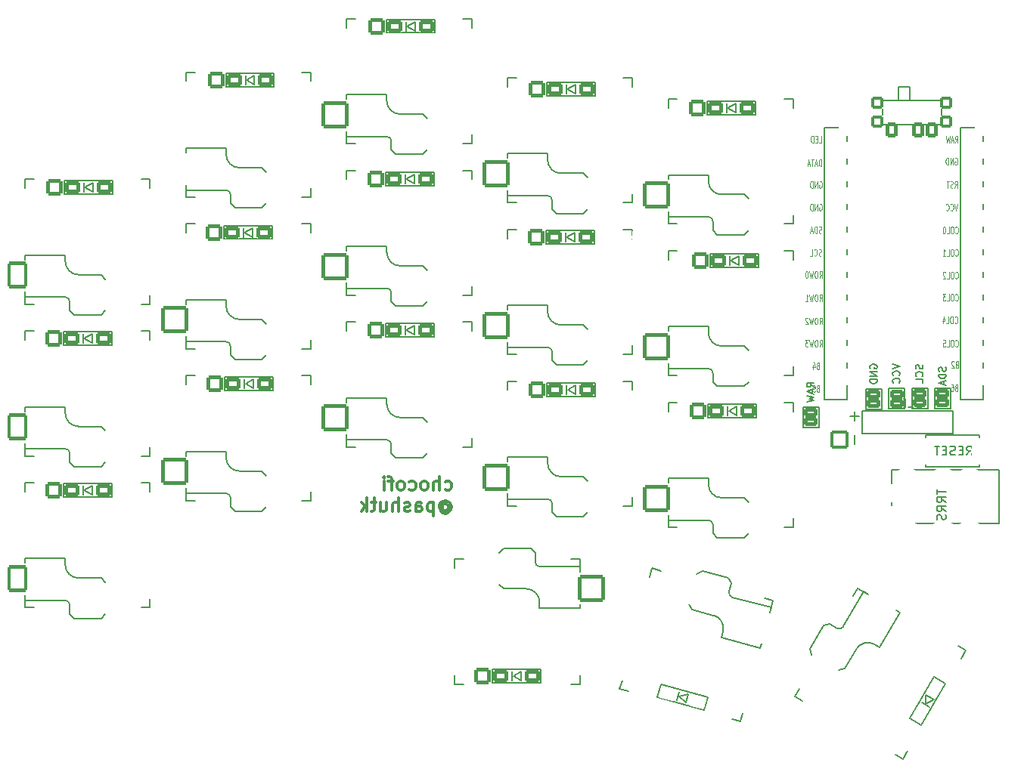
<source format=gbo>
G04 #@! TF.GenerationSoftware,KiCad,Pcbnew,(6.0.0)*
G04 #@! TF.CreationDate,2022-01-23T19:36:19+05:00*
G04 #@! TF.ProjectId,chocofi,63686f63-6f66-4692-9e6b-696361645f70,2.1*
G04 #@! TF.SameCoordinates,Original*
G04 #@! TF.FileFunction,Legend,Bot*
G04 #@! TF.FilePolarity,Positive*
%FSLAX46Y46*%
G04 Gerber Fmt 4.6, Leading zero omitted, Abs format (unit mm)*
G04 Created by KiCad (PCBNEW (6.0.0)) date 2022-01-23 19:36:19*
%MOMM*%
%LPD*%
G01*
G04 APERTURE LIST*
G04 Aperture macros list*
%AMRoundRect*
0 Rectangle with rounded corners*
0 $1 Rounding radius*
0 $2 $3 $4 $5 $6 $7 $8 $9 X,Y pos of 4 corners*
0 Add a 4 corners polygon primitive as box body*
4,1,4,$2,$3,$4,$5,$6,$7,$8,$9,$2,$3,0*
0 Add four circle primitives for the rounded corners*
1,1,$1+$1,$2,$3*
1,1,$1+$1,$4,$5*
1,1,$1+$1,$6,$7*
1,1,$1+$1,$8,$9*
0 Add four rect primitives between the rounded corners*
20,1,$1+$1,$2,$3,$4,$5,0*
20,1,$1+$1,$4,$5,$6,$7,0*
20,1,$1+$1,$6,$7,$8,$9,0*
20,1,$1+$1,$8,$9,$2,$3,0*%
%AMFreePoly0*
4,1,22,0.216777,1.480194,0.271421,1.441421,1.441421,0.271421,1.488777,0.196056,1.500000,0.130000,1.500000,-1.300000,1.480194,-1.386777,1.424698,-1.456366,1.344504,-1.494986,1.300000,-1.500000,-1.300000,-1.500000,-1.386777,-1.480194,-1.456366,-1.424698,-1.494986,-1.344504,-1.500000,-1.300000,-1.500000,1.300000,-1.480194,1.386777,-1.424698,1.456366,-1.344504,1.494986,-1.300000,1.500000,
0.130000,1.500000,0.216777,1.480194,0.216777,1.480194,$1*%
%AMFreePoly1*
4,1,22,1.111777,1.480194,1.181366,1.424698,1.219986,1.344504,1.225000,1.300000,1.225000,-1.300000,1.205194,-1.386777,1.149698,-1.456366,1.069504,-1.494986,1.025000,-1.500000,-1.025000,-1.500000,-1.111777,-1.480194,-1.181366,-1.424698,-1.219986,-1.344504,-1.225000,-1.300000,-1.225000,0.275000,-1.205194,0.361777,-1.166421,0.416421,-0.141421,1.441421,-0.066056,1.488777,0.000000,1.500000,
1.025000,1.500000,1.111777,1.480194,1.111777,1.480194,$1*%
G04 Aperture macros list end*
%ADD10C,0.300000*%
%ADD11C,0.150000*%
%ADD12C,0.125000*%
%ADD13C,0.200000*%
%ADD14O,2.100000X2.100000*%
%ADD15RoundRect,0.200000X0.850000X0.850000X-0.850000X0.850000X-0.850000X-0.850000X0.850000X-0.850000X0*%
%ADD16RoundRect,0.200000X-0.571500X0.317500X-0.571500X-0.317500X0.571500X-0.317500X0.571500X0.317500X0*%
%ADD17RoundRect,0.200000X-0.450000X-0.650000X0.450000X-0.650000X0.450000X0.650000X-0.450000X0.650000X0*%
%ADD18RoundRect,0.200000X-0.500000X-0.500000X0.500000X-0.500000X0.500000X0.500000X-0.500000X0.500000X0*%
%ADD19C,1.300000*%
%ADD20RoundRect,0.200000X-0.698500X-0.698500X0.698500X-0.698500X0.698500X0.698500X-0.698500X0.698500X0*%
%ADD21RoundRect,0.200000X-0.650000X-0.475000X0.650000X-0.475000X0.650000X0.475000X-0.650000X0.475000X0*%
%ADD22C,1.797000*%
%ADD23RoundRect,0.200000X-0.750791X-0.290582X0.504913X-0.627047X0.750791X0.290582X-0.504913X0.627047X0*%
%ADD24RoundRect,0.200000X-0.855484X-0.493914X0.493914X-0.855484X0.855484X0.493914X-0.493914X0.855484X0*%
%ADD25RoundRect,0.200000X0.255669X-0.954169X0.954169X0.255669X-0.255669X0.954169X-0.954169X-0.255669X0*%
%ADD26RoundRect,0.200000X0.086362X-0.800417X0.736362X0.325417X-0.086362X0.800417X-0.736362X-0.325417X0*%
%ADD27C,1.600000*%
%ADD28O,2.900000X2.100000*%
%ADD29C,2.101800*%
%ADD30C,3.829000*%
%ADD31C,3.400000*%
%ADD32C,1.390600*%
%ADD33FreePoly0,0.000000*%
%ADD34RoundRect,0.200000X-0.925000X-1.300000X0.925000X-1.300000X0.925000X1.300000X-0.925000X1.300000X0*%
%ADD35FreePoly1,0.000000*%
%ADD36RoundRect,0.200000X-1.300000X-1.300000X1.300000X-1.300000X1.300000X1.300000X-1.300000X1.300000X0*%
%ADD37RoundRect,0.200000X-0.937500X-1.300000X0.937500X-1.300000X0.937500X1.300000X-0.937500X1.300000X0*%
%ADD38FreePoly0,180.000000*%
%ADD39RoundRect,0.200000X1.300000X1.300000X-1.300000X1.300000X-1.300000X-1.300000X1.300000X-1.300000X0*%
%ADD40FreePoly0,165.000000*%
%ADD41RoundRect,0.200000X1.592168X0.919239X-0.919239X1.592168X-1.592168X-0.919239X0.919239X-1.592168X0*%
%ADD42FreePoly0,240.000000*%
%ADD43RoundRect,0.200000X-0.475833X1.775833X-1.775833X-0.475833X0.475833X-1.775833X1.775833X0.475833X0*%
%ADD44C,1.924000*%
%ADD45C,2.400000*%
%ADD46C,4.400000*%
G04 APERTURE END LIST*
D10*
X125935000Y-98149642D02*
X126077857Y-98221071D01*
X126363571Y-98221071D01*
X126506428Y-98149642D01*
X126577857Y-98078214D01*
X126649285Y-97935357D01*
X126649285Y-97506785D01*
X126577857Y-97363928D01*
X126506428Y-97292500D01*
X126363571Y-97221071D01*
X126077857Y-97221071D01*
X125935000Y-97292500D01*
X125292142Y-98221071D02*
X125292142Y-96721071D01*
X124649285Y-98221071D02*
X124649285Y-97435357D01*
X124720714Y-97292500D01*
X124863571Y-97221071D01*
X125077857Y-97221071D01*
X125220714Y-97292500D01*
X125292142Y-97363928D01*
X123720714Y-98221071D02*
X123863571Y-98149642D01*
X123935000Y-98078214D01*
X124006428Y-97935357D01*
X124006428Y-97506785D01*
X123935000Y-97363928D01*
X123863571Y-97292500D01*
X123720714Y-97221071D01*
X123506428Y-97221071D01*
X123363571Y-97292500D01*
X123292142Y-97363928D01*
X123220714Y-97506785D01*
X123220714Y-97935357D01*
X123292142Y-98078214D01*
X123363571Y-98149642D01*
X123506428Y-98221071D01*
X123720714Y-98221071D01*
X121935000Y-98149642D02*
X122077857Y-98221071D01*
X122363571Y-98221071D01*
X122506428Y-98149642D01*
X122577857Y-98078214D01*
X122649285Y-97935357D01*
X122649285Y-97506785D01*
X122577857Y-97363928D01*
X122506428Y-97292500D01*
X122363571Y-97221071D01*
X122077857Y-97221071D01*
X121935000Y-97292500D01*
X121077857Y-98221071D02*
X121220714Y-98149642D01*
X121292142Y-98078214D01*
X121363571Y-97935357D01*
X121363571Y-97506785D01*
X121292142Y-97363928D01*
X121220714Y-97292500D01*
X121077857Y-97221071D01*
X120863571Y-97221071D01*
X120720714Y-97292500D01*
X120649285Y-97363928D01*
X120577857Y-97506785D01*
X120577857Y-97935357D01*
X120649285Y-98078214D01*
X120720714Y-98149642D01*
X120863571Y-98221071D01*
X121077857Y-98221071D01*
X120149285Y-97221071D02*
X119577857Y-97221071D01*
X119935000Y-98221071D02*
X119935000Y-96935357D01*
X119863571Y-96792500D01*
X119720714Y-96721071D01*
X119577857Y-96721071D01*
X119077857Y-98221071D02*
X119077857Y-97221071D01*
X119077857Y-96721071D02*
X119149285Y-96792500D01*
X119077857Y-96863928D01*
X119006428Y-96792500D01*
X119077857Y-96721071D01*
X119077857Y-96863928D01*
X125649285Y-99921785D02*
X125720714Y-99850357D01*
X125863571Y-99778928D01*
X126006428Y-99778928D01*
X126149285Y-99850357D01*
X126220714Y-99921785D01*
X126292142Y-100064642D01*
X126292142Y-100207500D01*
X126220714Y-100350357D01*
X126149285Y-100421785D01*
X126006428Y-100493214D01*
X125863571Y-100493214D01*
X125720714Y-100421785D01*
X125649285Y-100350357D01*
X125649285Y-99778928D02*
X125649285Y-100350357D01*
X125577857Y-100421785D01*
X125506428Y-100421785D01*
X125363571Y-100350357D01*
X125292142Y-100207500D01*
X125292142Y-99850357D01*
X125435000Y-99636071D01*
X125649285Y-99493214D01*
X125935000Y-99421785D01*
X126220714Y-99493214D01*
X126435000Y-99636071D01*
X126577857Y-99850357D01*
X126649285Y-100136071D01*
X126577857Y-100421785D01*
X126435000Y-100636071D01*
X126220714Y-100778928D01*
X125935000Y-100850357D01*
X125649285Y-100778928D01*
X125435000Y-100636071D01*
X124649285Y-99636071D02*
X124649285Y-101136071D01*
X124649285Y-99707500D02*
X124506428Y-99636071D01*
X124220714Y-99636071D01*
X124077857Y-99707500D01*
X124006428Y-99778928D01*
X123935000Y-99921785D01*
X123935000Y-100350357D01*
X124006428Y-100493214D01*
X124077857Y-100564642D01*
X124220714Y-100636071D01*
X124506428Y-100636071D01*
X124649285Y-100564642D01*
X122649285Y-100636071D02*
X122649285Y-99850357D01*
X122720714Y-99707500D01*
X122863571Y-99636071D01*
X123149285Y-99636071D01*
X123292142Y-99707500D01*
X122649285Y-100564642D02*
X122792142Y-100636071D01*
X123149285Y-100636071D01*
X123292142Y-100564642D01*
X123363571Y-100421785D01*
X123363571Y-100278928D01*
X123292142Y-100136071D01*
X123149285Y-100064642D01*
X122792142Y-100064642D01*
X122649285Y-99993214D01*
X122006428Y-100564642D02*
X121863571Y-100636071D01*
X121577857Y-100636071D01*
X121435000Y-100564642D01*
X121363571Y-100421785D01*
X121363571Y-100350357D01*
X121435000Y-100207500D01*
X121577857Y-100136071D01*
X121792142Y-100136071D01*
X121935000Y-100064642D01*
X122006428Y-99921785D01*
X122006428Y-99850357D01*
X121935000Y-99707500D01*
X121792142Y-99636071D01*
X121577857Y-99636071D01*
X121435000Y-99707500D01*
X120720714Y-100636071D02*
X120720714Y-99136071D01*
X120077857Y-100636071D02*
X120077857Y-99850357D01*
X120149285Y-99707500D01*
X120292142Y-99636071D01*
X120506428Y-99636071D01*
X120649285Y-99707500D01*
X120720714Y-99778928D01*
X118720714Y-99636071D02*
X118720714Y-100636071D01*
X119363571Y-99636071D02*
X119363571Y-100421785D01*
X119292142Y-100564642D01*
X119149285Y-100636071D01*
X118935000Y-100636071D01*
X118792142Y-100564642D01*
X118720714Y-100493214D01*
X118220714Y-99636071D02*
X117649285Y-99636071D01*
X118006428Y-99136071D02*
X118006428Y-100421785D01*
X117935000Y-100564642D01*
X117792142Y-100636071D01*
X117649285Y-100636071D01*
X117149285Y-100636071D02*
X117149285Y-99136071D01*
X117006428Y-100064642D02*
X116577857Y-100636071D01*
X116577857Y-99636071D02*
X117149285Y-100207500D01*
D11*
X167245695Y-86687780D02*
X166858647Y-86416847D01*
X167245695Y-86223323D02*
X166432895Y-86223323D01*
X166432895Y-86532961D01*
X166471600Y-86610371D01*
X166510304Y-86649076D01*
X166587714Y-86687780D01*
X166703828Y-86687780D01*
X166781238Y-86649076D01*
X166819942Y-86610371D01*
X166858647Y-86532961D01*
X166858647Y-86223323D01*
X167013466Y-86997419D02*
X167013466Y-87384466D01*
X167245695Y-86920009D02*
X166432895Y-87190942D01*
X167245695Y-87461876D01*
X166432895Y-87655400D02*
X167245695Y-87848923D01*
X166665123Y-88003742D01*
X167245695Y-88158561D01*
X166432895Y-88352085D01*
X180998880Y-98123595D02*
X180998880Y-98695023D01*
X181998880Y-98409309D02*
X180998880Y-98409309D01*
X181998880Y-99599785D02*
X181522690Y-99266452D01*
X181998880Y-99028357D02*
X180998880Y-99028357D01*
X180998880Y-99409309D01*
X181046500Y-99504547D01*
X181094119Y-99552166D01*
X181189357Y-99599785D01*
X181332214Y-99599785D01*
X181427452Y-99552166D01*
X181475071Y-99504547D01*
X181522690Y-99409309D01*
X181522690Y-99028357D01*
X181998880Y-100599785D02*
X181522690Y-100266452D01*
X181998880Y-100028357D02*
X180998880Y-100028357D01*
X180998880Y-100409309D01*
X181046500Y-100504547D01*
X181094119Y-100552166D01*
X181189357Y-100599785D01*
X181332214Y-100599785D01*
X181427452Y-100552166D01*
X181475071Y-100504547D01*
X181522690Y-100409309D01*
X181522690Y-100028357D01*
X181951261Y-100980738D02*
X181998880Y-101123595D01*
X181998880Y-101361690D01*
X181951261Y-101456928D01*
X181903642Y-101504547D01*
X181808404Y-101552166D01*
X181713166Y-101552166D01*
X181617928Y-101504547D01*
X181570309Y-101456928D01*
X181522690Y-101361690D01*
X181475071Y-101171214D01*
X181427452Y-101075976D01*
X181379833Y-101028357D01*
X181284595Y-100980738D01*
X181189357Y-100980738D01*
X181094119Y-101028357D01*
X181046500Y-101075976D01*
X180998880Y-101171214D01*
X180998880Y-101409309D01*
X181046500Y-101552166D01*
D12*
X167840952Y-79656685D02*
X168007619Y-79299542D01*
X168126666Y-79656685D02*
X168126666Y-78906685D01*
X167936190Y-78906685D01*
X167888571Y-78942400D01*
X167864761Y-78978114D01*
X167840952Y-79049542D01*
X167840952Y-79156685D01*
X167864761Y-79228114D01*
X167888571Y-79263828D01*
X167936190Y-79299542D01*
X168126666Y-79299542D01*
X167531428Y-78906685D02*
X167436190Y-78906685D01*
X167388571Y-78942400D01*
X167340952Y-79013828D01*
X167317142Y-79156685D01*
X167317142Y-79406685D01*
X167340952Y-79549542D01*
X167388571Y-79620971D01*
X167436190Y-79656685D01*
X167531428Y-79656685D01*
X167579047Y-79620971D01*
X167626666Y-79549542D01*
X167650476Y-79406685D01*
X167650476Y-79156685D01*
X167626666Y-79013828D01*
X167579047Y-78942400D01*
X167531428Y-78906685D01*
X167150476Y-78906685D02*
X167031428Y-79656685D01*
X166936190Y-79120971D01*
X166840952Y-79656685D01*
X166721904Y-78906685D01*
X166555238Y-78978114D02*
X166531428Y-78942400D01*
X166483809Y-78906685D01*
X166364761Y-78906685D01*
X166317142Y-78942400D01*
X166293333Y-78978114D01*
X166269523Y-79049542D01*
X166269523Y-79120971D01*
X166293333Y-79228114D01*
X166579047Y-79656685D01*
X166269523Y-79656685D01*
X183057619Y-76946257D02*
X183081428Y-76981971D01*
X183152857Y-77017685D01*
X183200476Y-77017685D01*
X183271904Y-76981971D01*
X183319523Y-76910542D01*
X183343333Y-76839114D01*
X183367142Y-76696257D01*
X183367142Y-76589114D01*
X183343333Y-76446257D01*
X183319523Y-76374828D01*
X183271904Y-76303400D01*
X183200476Y-76267685D01*
X183152857Y-76267685D01*
X183081428Y-76303400D01*
X183057619Y-76339114D01*
X182748095Y-76267685D02*
X182652857Y-76267685D01*
X182605238Y-76303400D01*
X182557619Y-76374828D01*
X182533809Y-76517685D01*
X182533809Y-76767685D01*
X182557619Y-76910542D01*
X182605238Y-76981971D01*
X182652857Y-77017685D01*
X182748095Y-77017685D01*
X182795714Y-76981971D01*
X182843333Y-76910542D01*
X182867142Y-76767685D01*
X182867142Y-76517685D01*
X182843333Y-76374828D01*
X182795714Y-76303400D01*
X182748095Y-76267685D01*
X182081428Y-77017685D02*
X182319523Y-77017685D01*
X182319523Y-76267685D01*
X181962380Y-76267685D02*
X181652857Y-76267685D01*
X181819523Y-76553400D01*
X181748095Y-76553400D01*
X181700476Y-76589114D01*
X181676666Y-76624828D01*
X181652857Y-76696257D01*
X181652857Y-76874828D01*
X181676666Y-76946257D01*
X181700476Y-76981971D01*
X181748095Y-77017685D01*
X181890952Y-77017685D01*
X181938571Y-76981971D01*
X181962380Y-76946257D01*
X183046238Y-59273185D02*
X183212904Y-58916042D01*
X183331952Y-59273185D02*
X183331952Y-58523185D01*
X183141476Y-58523185D01*
X183093857Y-58558900D01*
X183070047Y-58594614D01*
X183046238Y-58666042D01*
X183046238Y-58773185D01*
X183070047Y-58844614D01*
X183093857Y-58880328D01*
X183141476Y-58916042D01*
X183331952Y-58916042D01*
X182855761Y-59058900D02*
X182617666Y-59058900D01*
X182903380Y-59273185D02*
X182736714Y-58523185D01*
X182570047Y-59273185D01*
X182451000Y-58523185D02*
X182331952Y-59273185D01*
X182236714Y-58737471D01*
X182141476Y-59273185D01*
X182022428Y-58523185D01*
X167782428Y-59273185D02*
X168020523Y-59273185D01*
X168020523Y-58523185D01*
X167615761Y-58880328D02*
X167449095Y-58880328D01*
X167377666Y-59273185D02*
X167615761Y-59273185D01*
X167615761Y-58523185D01*
X167377666Y-58523185D01*
X167163380Y-59273185D02*
X167163380Y-58523185D01*
X167044333Y-58523185D01*
X166972904Y-58558900D01*
X166925285Y-58630328D01*
X166901476Y-58701757D01*
X166877666Y-58844614D01*
X166877666Y-58951757D01*
X166901476Y-59094614D01*
X166925285Y-59166042D01*
X166972904Y-59237471D01*
X167044333Y-59273185D01*
X167163380Y-59273185D01*
X168056238Y-71937471D02*
X167984809Y-71973185D01*
X167865761Y-71973185D01*
X167818142Y-71937471D01*
X167794333Y-71901757D01*
X167770523Y-71830328D01*
X167770523Y-71758900D01*
X167794333Y-71687471D01*
X167818142Y-71651757D01*
X167865761Y-71616042D01*
X167961000Y-71580328D01*
X168008619Y-71544614D01*
X168032428Y-71508900D01*
X168056238Y-71437471D01*
X168056238Y-71366042D01*
X168032428Y-71294614D01*
X168008619Y-71258900D01*
X167961000Y-71223185D01*
X167841952Y-71223185D01*
X167770523Y-71258900D01*
X167270523Y-71901757D02*
X167294333Y-71937471D01*
X167365761Y-71973185D01*
X167413380Y-71973185D01*
X167484809Y-71937471D01*
X167532428Y-71866042D01*
X167556238Y-71794614D01*
X167580047Y-71651757D01*
X167580047Y-71544614D01*
X167556238Y-71401757D01*
X167532428Y-71330328D01*
X167484809Y-71258900D01*
X167413380Y-71223185D01*
X167365761Y-71223185D01*
X167294333Y-71258900D01*
X167270523Y-71294614D01*
X166818142Y-71973185D02*
X167056238Y-71973185D01*
X167056238Y-71223185D01*
X183157380Y-86756828D02*
X183085952Y-86792542D01*
X183062142Y-86828257D01*
X183038333Y-86899685D01*
X183038333Y-87006828D01*
X183062142Y-87078257D01*
X183085952Y-87113971D01*
X183133571Y-87149685D01*
X183324047Y-87149685D01*
X183324047Y-86399685D01*
X183157380Y-86399685D01*
X183109761Y-86435400D01*
X183085952Y-86471114D01*
X183062142Y-86542542D01*
X183062142Y-86613971D01*
X183085952Y-86685400D01*
X183109761Y-86721114D01*
X183157380Y-86756828D01*
X183324047Y-86756828D01*
X182609761Y-86399685D02*
X182705000Y-86399685D01*
X182752619Y-86435400D01*
X182776428Y-86471114D01*
X182824047Y-86578257D01*
X182847857Y-86721114D01*
X182847857Y-87006828D01*
X182824047Y-87078257D01*
X182800238Y-87113971D01*
X182752619Y-87149685D01*
X182657380Y-87149685D01*
X182609761Y-87113971D01*
X182585952Y-87078257D01*
X182562142Y-87006828D01*
X182562142Y-86828257D01*
X182585952Y-86756828D01*
X182609761Y-86721114D01*
X182657380Y-86685400D01*
X182752619Y-86685400D01*
X182800238Y-86721114D01*
X182824047Y-86756828D01*
X182847857Y-86828257D01*
X167840952Y-74449685D02*
X168007619Y-74092542D01*
X168126666Y-74449685D02*
X168126666Y-73699685D01*
X167936190Y-73699685D01*
X167888571Y-73735400D01*
X167864761Y-73771114D01*
X167840952Y-73842542D01*
X167840952Y-73949685D01*
X167864761Y-74021114D01*
X167888571Y-74056828D01*
X167936190Y-74092542D01*
X168126666Y-74092542D01*
X167531428Y-73699685D02*
X167436190Y-73699685D01*
X167388571Y-73735400D01*
X167340952Y-73806828D01*
X167317142Y-73949685D01*
X167317142Y-74199685D01*
X167340952Y-74342542D01*
X167388571Y-74413971D01*
X167436190Y-74449685D01*
X167531428Y-74449685D01*
X167579047Y-74413971D01*
X167626666Y-74342542D01*
X167650476Y-74199685D01*
X167650476Y-73949685D01*
X167626666Y-73806828D01*
X167579047Y-73735400D01*
X167531428Y-73699685D01*
X167150476Y-73699685D02*
X167031428Y-74449685D01*
X166936190Y-73913971D01*
X166840952Y-74449685D01*
X166721904Y-73699685D01*
X166436190Y-73699685D02*
X166388571Y-73699685D01*
X166340952Y-73735400D01*
X166317142Y-73771114D01*
X166293333Y-73842542D01*
X166269523Y-73985400D01*
X166269523Y-74163971D01*
X166293333Y-74306828D01*
X166317142Y-74378257D01*
X166340952Y-74413971D01*
X166388571Y-74449685D01*
X166436190Y-74449685D01*
X166483809Y-74413971D01*
X166507619Y-74378257D01*
X166531428Y-74306828D01*
X166555238Y-74163971D01*
X166555238Y-73985400D01*
X166531428Y-73842542D01*
X166507619Y-73771114D01*
X166483809Y-73735400D01*
X166436190Y-73699685D01*
X183057619Y-82096257D02*
X183081428Y-82131971D01*
X183152857Y-82167685D01*
X183200476Y-82167685D01*
X183271904Y-82131971D01*
X183319523Y-82060542D01*
X183343333Y-81989114D01*
X183367142Y-81846257D01*
X183367142Y-81739114D01*
X183343333Y-81596257D01*
X183319523Y-81524828D01*
X183271904Y-81453400D01*
X183200476Y-81417685D01*
X183152857Y-81417685D01*
X183081428Y-81453400D01*
X183057619Y-81489114D01*
X182748095Y-81417685D02*
X182652857Y-81417685D01*
X182605238Y-81453400D01*
X182557619Y-81524828D01*
X182533809Y-81667685D01*
X182533809Y-81917685D01*
X182557619Y-82060542D01*
X182605238Y-82131971D01*
X182652857Y-82167685D01*
X182748095Y-82167685D01*
X182795714Y-82131971D01*
X182843333Y-82060542D01*
X182867142Y-81917685D01*
X182867142Y-81667685D01*
X182843333Y-81524828D01*
X182795714Y-81453400D01*
X182748095Y-81417685D01*
X182081428Y-82167685D02*
X182319523Y-82167685D01*
X182319523Y-81417685D01*
X181676666Y-81417685D02*
X181914761Y-81417685D01*
X181938571Y-81774828D01*
X181914761Y-81739114D01*
X181867142Y-81703400D01*
X181748095Y-81703400D01*
X181700476Y-81739114D01*
X181676666Y-81774828D01*
X181652857Y-81846257D01*
X181652857Y-82024828D01*
X181676666Y-82096257D01*
X181700476Y-82131971D01*
X181748095Y-82167685D01*
X181867142Y-82167685D01*
X181914761Y-82131971D01*
X181938571Y-82096257D01*
D11*
D12*
X168060000Y-61917685D02*
X168060000Y-61167685D01*
X167940952Y-61167685D01*
X167869523Y-61203400D01*
X167821904Y-61274828D01*
X167798095Y-61346257D01*
X167774285Y-61489114D01*
X167774285Y-61596257D01*
X167798095Y-61739114D01*
X167821904Y-61810542D01*
X167869523Y-61881971D01*
X167940952Y-61917685D01*
X168060000Y-61917685D01*
X167583809Y-61703400D02*
X167345714Y-61703400D01*
X167631428Y-61917685D02*
X167464761Y-61167685D01*
X167298095Y-61917685D01*
X167202857Y-61167685D02*
X166917142Y-61167685D01*
X167060000Y-61917685D02*
X167060000Y-61167685D01*
X166774285Y-61703400D02*
X166536190Y-61703400D01*
X166821904Y-61917685D02*
X166655238Y-61167685D01*
X166488571Y-61917685D01*
X183304166Y-66143185D02*
X183137500Y-66893185D01*
X182970833Y-66143185D01*
X182518452Y-66821757D02*
X182542261Y-66857471D01*
X182613690Y-66893185D01*
X182661309Y-66893185D01*
X182732738Y-66857471D01*
X182780357Y-66786042D01*
X182804166Y-66714614D01*
X182827976Y-66571757D01*
X182827976Y-66464614D01*
X182804166Y-66321757D01*
X182780357Y-66250328D01*
X182732738Y-66178900D01*
X182661309Y-66143185D01*
X182613690Y-66143185D01*
X182542261Y-66178900D01*
X182518452Y-66214614D01*
X182018452Y-66821757D02*
X182042261Y-66857471D01*
X182113690Y-66893185D01*
X182161309Y-66893185D01*
X182232738Y-66857471D01*
X182280357Y-66786042D01*
X182304166Y-66714614D01*
X182327976Y-66571757D01*
X182327976Y-66464614D01*
X182304166Y-66321757D01*
X182280357Y-66250328D01*
X182232738Y-66178900D01*
X182161309Y-66143185D01*
X182113690Y-66143185D01*
X182042261Y-66178900D01*
X182018452Y-66214614D01*
X183220880Y-84153328D02*
X183149452Y-84189042D01*
X183125642Y-84224757D01*
X183101833Y-84296185D01*
X183101833Y-84403328D01*
X183125642Y-84474757D01*
X183149452Y-84510471D01*
X183197071Y-84546185D01*
X183387547Y-84546185D01*
X183387547Y-83796185D01*
X183220880Y-83796185D01*
X183173261Y-83831900D01*
X183149452Y-83867614D01*
X183125642Y-83939042D01*
X183125642Y-84010471D01*
X183149452Y-84081900D01*
X183173261Y-84117614D01*
X183220880Y-84153328D01*
X183387547Y-84153328D01*
X182911357Y-83867614D02*
X182887547Y-83831900D01*
X182839928Y-83796185D01*
X182720880Y-83796185D01*
X182673261Y-83831900D01*
X182649452Y-83867614D01*
X182625642Y-83939042D01*
X182625642Y-84010471D01*
X182649452Y-84117614D01*
X182935166Y-84546185D01*
X182625642Y-84546185D01*
X167841952Y-63638900D02*
X167889571Y-63603185D01*
X167961000Y-63603185D01*
X168032428Y-63638900D01*
X168080047Y-63710328D01*
X168103857Y-63781757D01*
X168127666Y-63924614D01*
X168127666Y-64031757D01*
X168103857Y-64174614D01*
X168080047Y-64246042D01*
X168032428Y-64317471D01*
X167961000Y-64353185D01*
X167913380Y-64353185D01*
X167841952Y-64317471D01*
X167818142Y-64281757D01*
X167818142Y-64031757D01*
X167913380Y-64031757D01*
X167603857Y-64353185D02*
X167603857Y-63603185D01*
X167318142Y-64353185D01*
X167318142Y-63603185D01*
X167080047Y-64353185D02*
X167080047Y-63603185D01*
X166961000Y-63603185D01*
X166889571Y-63638900D01*
X166841952Y-63710328D01*
X166818142Y-63781757D01*
X166794333Y-63924614D01*
X166794333Y-64031757D01*
X166818142Y-64174614D01*
X166841952Y-64246042D01*
X166889571Y-64317471D01*
X166961000Y-64353185D01*
X167080047Y-64353185D01*
X183007619Y-79458257D02*
X183031428Y-79493971D01*
X183102857Y-79529685D01*
X183150476Y-79529685D01*
X183221904Y-79493971D01*
X183269523Y-79422542D01*
X183293333Y-79351114D01*
X183317142Y-79208257D01*
X183317142Y-79101114D01*
X183293333Y-78958257D01*
X183269523Y-78886828D01*
X183221904Y-78815400D01*
X183150476Y-78779685D01*
X183102857Y-78779685D01*
X183031428Y-78815400D01*
X183007619Y-78851114D01*
X182698095Y-78779685D02*
X182602857Y-78779685D01*
X182555238Y-78815400D01*
X182507619Y-78886828D01*
X182483809Y-79029685D01*
X182483809Y-79279685D01*
X182507619Y-79422542D01*
X182555238Y-79493971D01*
X182602857Y-79529685D01*
X182698095Y-79529685D01*
X182745714Y-79493971D01*
X182793333Y-79422542D01*
X182817142Y-79279685D01*
X182817142Y-79029685D01*
X182793333Y-78886828D01*
X182745714Y-78815400D01*
X182698095Y-78779685D01*
X182031428Y-79529685D02*
X182269523Y-79529685D01*
X182269523Y-78779685D01*
X181650476Y-79029685D02*
X181650476Y-79529685D01*
X181769523Y-78743971D02*
X181888571Y-79279685D01*
X181579047Y-79279685D01*
X168068142Y-69397471D02*
X167996714Y-69433185D01*
X167877666Y-69433185D01*
X167830047Y-69397471D01*
X167806238Y-69361757D01*
X167782428Y-69290328D01*
X167782428Y-69218900D01*
X167806238Y-69147471D01*
X167830047Y-69111757D01*
X167877666Y-69076042D01*
X167972904Y-69040328D01*
X168020523Y-69004614D01*
X168044333Y-68968900D01*
X168068142Y-68897471D01*
X168068142Y-68826042D01*
X168044333Y-68754614D01*
X168020523Y-68718900D01*
X167972904Y-68683185D01*
X167853857Y-68683185D01*
X167782428Y-68718900D01*
X167568142Y-69433185D02*
X167568142Y-68683185D01*
X167449095Y-68683185D01*
X167377666Y-68718900D01*
X167330047Y-68790328D01*
X167306238Y-68861757D01*
X167282428Y-69004614D01*
X167282428Y-69111757D01*
X167306238Y-69254614D01*
X167330047Y-69326042D01*
X167377666Y-69397471D01*
X167449095Y-69433185D01*
X167568142Y-69433185D01*
X167091952Y-69218900D02*
X166853857Y-69218900D01*
X167139571Y-69433185D02*
X166972904Y-68683185D01*
X166806238Y-69433185D01*
X182974809Y-64353185D02*
X183141476Y-63996042D01*
X183260523Y-64353185D02*
X183260523Y-63603185D01*
X183070047Y-63603185D01*
X183022428Y-63638900D01*
X182998619Y-63674614D01*
X182974809Y-63746042D01*
X182974809Y-63853185D01*
X182998619Y-63924614D01*
X183022428Y-63960328D01*
X183070047Y-63996042D01*
X183260523Y-63996042D01*
X182784333Y-64317471D02*
X182712904Y-64353185D01*
X182593857Y-64353185D01*
X182546238Y-64317471D01*
X182522428Y-64281757D01*
X182498619Y-64210328D01*
X182498619Y-64138900D01*
X182522428Y-64067471D01*
X182546238Y-64031757D01*
X182593857Y-63996042D01*
X182689095Y-63960328D01*
X182736714Y-63924614D01*
X182760523Y-63888900D01*
X182784333Y-63817471D01*
X182784333Y-63746042D01*
X182760523Y-63674614D01*
X182736714Y-63638900D01*
X182689095Y-63603185D01*
X182570047Y-63603185D01*
X182498619Y-63638900D01*
X182355761Y-63603185D02*
X182070047Y-63603185D01*
X182212904Y-64353185D02*
X182212904Y-63603185D01*
X183057619Y-71901757D02*
X183081428Y-71937471D01*
X183152857Y-71973185D01*
X183200476Y-71973185D01*
X183271904Y-71937471D01*
X183319523Y-71866042D01*
X183343333Y-71794614D01*
X183367142Y-71651757D01*
X183367142Y-71544614D01*
X183343333Y-71401757D01*
X183319523Y-71330328D01*
X183271904Y-71258900D01*
X183200476Y-71223185D01*
X183152857Y-71223185D01*
X183081428Y-71258900D01*
X183057619Y-71294614D01*
X182748095Y-71223185D02*
X182652857Y-71223185D01*
X182605238Y-71258900D01*
X182557619Y-71330328D01*
X182533809Y-71473185D01*
X182533809Y-71723185D01*
X182557619Y-71866042D01*
X182605238Y-71937471D01*
X182652857Y-71973185D01*
X182748095Y-71973185D01*
X182795714Y-71937471D01*
X182843333Y-71866042D01*
X182867142Y-71723185D01*
X182867142Y-71473185D01*
X182843333Y-71330328D01*
X182795714Y-71258900D01*
X182748095Y-71223185D01*
X182081428Y-71973185D02*
X182319523Y-71973185D01*
X182319523Y-71223185D01*
X181652857Y-71973185D02*
X181938571Y-71973185D01*
X181795714Y-71973185D02*
X181795714Y-71223185D01*
X181843333Y-71330328D01*
X181890952Y-71401757D01*
X181938571Y-71437471D01*
X183018452Y-61035400D02*
X183066071Y-60999685D01*
X183137500Y-60999685D01*
X183208928Y-61035400D01*
X183256547Y-61106828D01*
X183280357Y-61178257D01*
X183304166Y-61321114D01*
X183304166Y-61428257D01*
X183280357Y-61571114D01*
X183256547Y-61642542D01*
X183208928Y-61713971D01*
X183137500Y-61749685D01*
X183089880Y-61749685D01*
X183018452Y-61713971D01*
X182994642Y-61678257D01*
X182994642Y-61428257D01*
X183089880Y-61428257D01*
X182780357Y-61749685D02*
X182780357Y-60999685D01*
X182494642Y-61749685D01*
X182494642Y-60999685D01*
X182256547Y-61749685D02*
X182256547Y-60999685D01*
X182137500Y-60999685D01*
X182066071Y-61035400D01*
X182018452Y-61106828D01*
X181994642Y-61178257D01*
X181970833Y-61321114D01*
X181970833Y-61428257D01*
X181994642Y-61571114D01*
X182018452Y-61642542D01*
X182066071Y-61713971D01*
X182137500Y-61749685D01*
X182256547Y-61749685D01*
X183057619Y-74446257D02*
X183081428Y-74481971D01*
X183152857Y-74517685D01*
X183200476Y-74517685D01*
X183271904Y-74481971D01*
X183319523Y-74410542D01*
X183343333Y-74339114D01*
X183367142Y-74196257D01*
X183367142Y-74089114D01*
X183343333Y-73946257D01*
X183319523Y-73874828D01*
X183271904Y-73803400D01*
X183200476Y-73767685D01*
X183152857Y-73767685D01*
X183081428Y-73803400D01*
X183057619Y-73839114D01*
X182748095Y-73767685D02*
X182652857Y-73767685D01*
X182605238Y-73803400D01*
X182557619Y-73874828D01*
X182533809Y-74017685D01*
X182533809Y-74267685D01*
X182557619Y-74410542D01*
X182605238Y-74481971D01*
X182652857Y-74517685D01*
X182748095Y-74517685D01*
X182795714Y-74481971D01*
X182843333Y-74410542D01*
X182867142Y-74267685D01*
X182867142Y-74017685D01*
X182843333Y-73874828D01*
X182795714Y-73803400D01*
X182748095Y-73767685D01*
X182081428Y-74517685D02*
X182319523Y-74517685D01*
X182319523Y-73767685D01*
X181938571Y-73839114D02*
X181914761Y-73803400D01*
X181867142Y-73767685D01*
X181748095Y-73767685D01*
X181700476Y-73803400D01*
X181676666Y-73839114D01*
X181652857Y-73910542D01*
X181652857Y-73981971D01*
X181676666Y-74089114D01*
X181962380Y-74517685D01*
X181652857Y-74517685D01*
X167841952Y-66178900D02*
X167889571Y-66143185D01*
X167961000Y-66143185D01*
X168032428Y-66178900D01*
X168080047Y-66250328D01*
X168103857Y-66321757D01*
X168127666Y-66464614D01*
X168127666Y-66571757D01*
X168103857Y-66714614D01*
X168080047Y-66786042D01*
X168032428Y-66857471D01*
X167961000Y-66893185D01*
X167913380Y-66893185D01*
X167841952Y-66857471D01*
X167818142Y-66821757D01*
X167818142Y-66571757D01*
X167913380Y-66571757D01*
X167603857Y-66893185D02*
X167603857Y-66143185D01*
X167318142Y-66893185D01*
X167318142Y-66143185D01*
X167080047Y-66893185D02*
X167080047Y-66143185D01*
X166961000Y-66143185D01*
X166889571Y-66178900D01*
X166841952Y-66250328D01*
X166818142Y-66321757D01*
X166794333Y-66464614D01*
X166794333Y-66571757D01*
X166818142Y-66714614D01*
X166841952Y-66786042D01*
X166889571Y-66857471D01*
X166961000Y-66893185D01*
X167080047Y-66893185D01*
X167840952Y-82167685D02*
X168007619Y-81810542D01*
X168126666Y-82167685D02*
X168126666Y-81417685D01*
X167936190Y-81417685D01*
X167888571Y-81453400D01*
X167864761Y-81489114D01*
X167840952Y-81560542D01*
X167840952Y-81667685D01*
X167864761Y-81739114D01*
X167888571Y-81774828D01*
X167936190Y-81810542D01*
X168126666Y-81810542D01*
X167531428Y-81417685D02*
X167436190Y-81417685D01*
X167388571Y-81453400D01*
X167340952Y-81524828D01*
X167317142Y-81667685D01*
X167317142Y-81917685D01*
X167340952Y-82060542D01*
X167388571Y-82131971D01*
X167436190Y-82167685D01*
X167531428Y-82167685D01*
X167579047Y-82131971D01*
X167626666Y-82060542D01*
X167650476Y-81917685D01*
X167650476Y-81667685D01*
X167626666Y-81524828D01*
X167579047Y-81453400D01*
X167531428Y-81417685D01*
X167150476Y-81417685D02*
X167031428Y-82167685D01*
X166936190Y-81631971D01*
X166840952Y-82167685D01*
X166721904Y-81417685D01*
X166579047Y-81417685D02*
X166269523Y-81417685D01*
X166436190Y-81703400D01*
X166364761Y-81703400D01*
X166317142Y-81739114D01*
X166293333Y-81774828D01*
X166269523Y-81846257D01*
X166269523Y-82024828D01*
X166293333Y-82096257D01*
X166317142Y-82131971D01*
X166364761Y-82167685D01*
X166507619Y-82167685D01*
X166555238Y-82131971D01*
X166579047Y-82096257D01*
X167663380Y-84280328D02*
X167591952Y-84316042D01*
X167568142Y-84351757D01*
X167544333Y-84423185D01*
X167544333Y-84530328D01*
X167568142Y-84601757D01*
X167591952Y-84637471D01*
X167639571Y-84673185D01*
X167830047Y-84673185D01*
X167830047Y-83923185D01*
X167663380Y-83923185D01*
X167615761Y-83958900D01*
X167591952Y-83994614D01*
X167568142Y-84066042D01*
X167568142Y-84137471D01*
X167591952Y-84208900D01*
X167615761Y-84244614D01*
X167663380Y-84280328D01*
X167830047Y-84280328D01*
X167115761Y-84173185D02*
X167115761Y-84673185D01*
X167234809Y-83887471D02*
X167353857Y-84423185D01*
X167044333Y-84423185D01*
X183057619Y-69396257D02*
X183081428Y-69431971D01*
X183152857Y-69467685D01*
X183200476Y-69467685D01*
X183271904Y-69431971D01*
X183319523Y-69360542D01*
X183343333Y-69289114D01*
X183367142Y-69146257D01*
X183367142Y-69039114D01*
X183343333Y-68896257D01*
X183319523Y-68824828D01*
X183271904Y-68753400D01*
X183200476Y-68717685D01*
X183152857Y-68717685D01*
X183081428Y-68753400D01*
X183057619Y-68789114D01*
X182748095Y-68717685D02*
X182652857Y-68717685D01*
X182605238Y-68753400D01*
X182557619Y-68824828D01*
X182533809Y-68967685D01*
X182533809Y-69217685D01*
X182557619Y-69360542D01*
X182605238Y-69431971D01*
X182652857Y-69467685D01*
X182748095Y-69467685D01*
X182795714Y-69431971D01*
X182843333Y-69360542D01*
X182867142Y-69217685D01*
X182867142Y-68967685D01*
X182843333Y-68824828D01*
X182795714Y-68753400D01*
X182748095Y-68717685D01*
X182081428Y-69467685D02*
X182319523Y-69467685D01*
X182319523Y-68717685D01*
X181819523Y-68717685D02*
X181771904Y-68717685D01*
X181724285Y-68753400D01*
X181700476Y-68789114D01*
X181676666Y-68860542D01*
X181652857Y-69003400D01*
X181652857Y-69181971D01*
X181676666Y-69324828D01*
X181700476Y-69396257D01*
X181724285Y-69431971D01*
X181771904Y-69467685D01*
X181819523Y-69467685D01*
X181867142Y-69431971D01*
X181890952Y-69396257D01*
X181914761Y-69324828D01*
X181938571Y-69181971D01*
X181938571Y-69003400D01*
X181914761Y-68860542D01*
X181890952Y-68789114D01*
X181867142Y-68753400D01*
X181819523Y-68717685D01*
X167840952Y-77053185D02*
X168007619Y-76696042D01*
X168126666Y-77053185D02*
X168126666Y-76303185D01*
X167936190Y-76303185D01*
X167888571Y-76338900D01*
X167864761Y-76374614D01*
X167840952Y-76446042D01*
X167840952Y-76553185D01*
X167864761Y-76624614D01*
X167888571Y-76660328D01*
X167936190Y-76696042D01*
X168126666Y-76696042D01*
X167531428Y-76303185D02*
X167436190Y-76303185D01*
X167388571Y-76338900D01*
X167340952Y-76410328D01*
X167317142Y-76553185D01*
X167317142Y-76803185D01*
X167340952Y-76946042D01*
X167388571Y-77017471D01*
X167436190Y-77053185D01*
X167531428Y-77053185D01*
X167579047Y-77017471D01*
X167626666Y-76946042D01*
X167650476Y-76803185D01*
X167650476Y-76553185D01*
X167626666Y-76410328D01*
X167579047Y-76338900D01*
X167531428Y-76303185D01*
X167150476Y-76303185D02*
X167031428Y-77053185D01*
X166936190Y-76517471D01*
X166840952Y-77053185D01*
X166721904Y-76303185D01*
X166269523Y-77053185D02*
X166555238Y-77053185D01*
X166412380Y-77053185D02*
X166412380Y-76303185D01*
X166460000Y-76410328D01*
X166507619Y-76481757D01*
X166555238Y-76517471D01*
D11*
D12*
X167663380Y-86820328D02*
X167591952Y-86856042D01*
X167568142Y-86891757D01*
X167544333Y-86963185D01*
X167544333Y-87070328D01*
X167568142Y-87141757D01*
X167591952Y-87177471D01*
X167639571Y-87213185D01*
X167830047Y-87213185D01*
X167830047Y-86463185D01*
X167663380Y-86463185D01*
X167615761Y-86498900D01*
X167591952Y-86534614D01*
X167568142Y-86606042D01*
X167568142Y-86677471D01*
X167591952Y-86748900D01*
X167615761Y-86784614D01*
X167663380Y-86820328D01*
X167830047Y-86820328D01*
X167091952Y-86463185D02*
X167330047Y-86463185D01*
X167353857Y-86820328D01*
X167330047Y-86784614D01*
X167282428Y-86748900D01*
X167163380Y-86748900D01*
X167115761Y-86784614D01*
X167091952Y-86820328D01*
X167068142Y-86891757D01*
X167068142Y-87070328D01*
X167091952Y-87141757D01*
X167115761Y-87177471D01*
X167163380Y-87213185D01*
X167282428Y-87213185D01*
X167330047Y-87177471D01*
X167353857Y-87141757D01*
D11*
X179132380Y-87960780D02*
X178941904Y-87960780D01*
X178846666Y-88008400D01*
X178751428Y-88103638D01*
X178703809Y-88294114D01*
X178703809Y-88627447D01*
X178751428Y-88817923D01*
X178846666Y-88913161D01*
X178941904Y-88960780D01*
X179132380Y-88960780D01*
X179227619Y-88913161D01*
X179322857Y-88817923D01*
X179370476Y-88627447D01*
X179370476Y-88294114D01*
X179322857Y-88103638D01*
X179227619Y-88008400D01*
X179132380Y-87960780D01*
X177799047Y-88960780D02*
X178275238Y-88960780D01*
X178275238Y-87960780D01*
X177465714Y-88436971D02*
X177132380Y-88436971D01*
X176989523Y-88960780D02*
X177465714Y-88960780D01*
X177465714Y-87960780D01*
X176989523Y-87960780D01*
X176560952Y-88960780D02*
X176560952Y-87960780D01*
X176322857Y-87960780D01*
X176180000Y-88008400D01*
X176084761Y-88103638D01*
X176037142Y-88198876D01*
X175989523Y-88389352D01*
X175989523Y-88532209D01*
X176037142Y-88722685D01*
X176084761Y-88817923D01*
X176180000Y-88913161D01*
X176322857Y-88960780D01*
X176560952Y-88960780D01*
X184332380Y-94305380D02*
X184665714Y-93829190D01*
X184903809Y-94305380D02*
X184903809Y-93305380D01*
X184522857Y-93305380D01*
X184427619Y-93353000D01*
X184380000Y-93400619D01*
X184332380Y-93495857D01*
X184332380Y-93638714D01*
X184380000Y-93733952D01*
X184427619Y-93781571D01*
X184522857Y-93829190D01*
X184903809Y-93829190D01*
X183903809Y-93781571D02*
X183570476Y-93781571D01*
X183427619Y-94305380D02*
X183903809Y-94305380D01*
X183903809Y-93305380D01*
X183427619Y-93305380D01*
X183046666Y-94257761D02*
X182903809Y-94305380D01*
X182665714Y-94305380D01*
X182570476Y-94257761D01*
X182522857Y-94210142D01*
X182475238Y-94114904D01*
X182475238Y-94019666D01*
X182522857Y-93924428D01*
X182570476Y-93876809D01*
X182665714Y-93829190D01*
X182856190Y-93781571D01*
X182951428Y-93733952D01*
X182999047Y-93686333D01*
X183046666Y-93591095D01*
X183046666Y-93495857D01*
X182999047Y-93400619D01*
X182951428Y-93353000D01*
X182856190Y-93305380D01*
X182618095Y-93305380D01*
X182475238Y-93353000D01*
X182046666Y-93781571D02*
X181713333Y-93781571D01*
X181570476Y-94305380D02*
X182046666Y-94305380D01*
X182046666Y-93305380D01*
X181570476Y-93305380D01*
X181284761Y-93305380D02*
X180713333Y-93305380D01*
X180999047Y-94305380D02*
X180999047Y-93305380D01*
X176034895Y-84100666D02*
X176847695Y-84371600D01*
X176034895Y-84642533D01*
X176770285Y-85377923D02*
X176808990Y-85339219D01*
X176847695Y-85223104D01*
X176847695Y-85145695D01*
X176808990Y-85029580D01*
X176731580Y-84952171D01*
X176654171Y-84913466D01*
X176499352Y-84874761D01*
X176383238Y-84874761D01*
X176228419Y-84913466D01*
X176151009Y-84952171D01*
X176073600Y-85029580D01*
X176034895Y-85145695D01*
X176034895Y-85223104D01*
X176073600Y-85339219D01*
X176112304Y-85377923D01*
X176770285Y-86190723D02*
X176808990Y-86152019D01*
X176847695Y-86035904D01*
X176847695Y-85958495D01*
X176808990Y-85842380D01*
X176731580Y-85764971D01*
X176654171Y-85726266D01*
X176499352Y-85687561D01*
X176383238Y-85687561D01*
X176228419Y-85726266D01*
X176151009Y-85764971D01*
X176073600Y-85842380D01*
X176034895Y-85958495D01*
X176034895Y-86035904D01*
X176073600Y-86152019D01*
X176112304Y-86190723D01*
X173523600Y-84594723D02*
X173484895Y-84517314D01*
X173484895Y-84401200D01*
X173523600Y-84285085D01*
X173601009Y-84207676D01*
X173678419Y-84168971D01*
X173833238Y-84130266D01*
X173949352Y-84130266D01*
X174104171Y-84168971D01*
X174181580Y-84207676D01*
X174258990Y-84285085D01*
X174297695Y-84401200D01*
X174297695Y-84478609D01*
X174258990Y-84594723D01*
X174220285Y-84633428D01*
X173949352Y-84633428D01*
X173949352Y-84478609D01*
X174297695Y-84981771D02*
X173484895Y-84981771D01*
X174297695Y-85446228D01*
X173484895Y-85446228D01*
X174297695Y-85833276D02*
X173484895Y-85833276D01*
X173484895Y-86026800D01*
X173523600Y-86142914D01*
X173601009Y-86220323D01*
X173678419Y-86259028D01*
X173833238Y-86297733D01*
X173949352Y-86297733D01*
X174104171Y-86259028D01*
X174181580Y-86220323D01*
X174258990Y-86142914D01*
X174297695Y-86026800D01*
X174297695Y-85833276D01*
X181968990Y-84457066D02*
X182007695Y-84573180D01*
X182007695Y-84766704D01*
X181968990Y-84844114D01*
X181930285Y-84882819D01*
X181852876Y-84921523D01*
X181775466Y-84921523D01*
X181698057Y-84882819D01*
X181659352Y-84844114D01*
X181620647Y-84766704D01*
X181581942Y-84611885D01*
X181543238Y-84534476D01*
X181504533Y-84495771D01*
X181427123Y-84457066D01*
X181349714Y-84457066D01*
X181272304Y-84495771D01*
X181233600Y-84534476D01*
X181194895Y-84611885D01*
X181194895Y-84805409D01*
X181233600Y-84921523D01*
X182007695Y-85269866D02*
X181194895Y-85269866D01*
X181194895Y-85463390D01*
X181233600Y-85579504D01*
X181311009Y-85656914D01*
X181388419Y-85695619D01*
X181543238Y-85734323D01*
X181659352Y-85734323D01*
X181814171Y-85695619D01*
X181891580Y-85656914D01*
X181968990Y-85579504D01*
X182007695Y-85463390D01*
X182007695Y-85269866D01*
X181775466Y-86043961D02*
X181775466Y-86431009D01*
X182007695Y-85966552D02*
X181194895Y-86237485D01*
X182007695Y-86508419D01*
X179388990Y-84186780D02*
X179427695Y-84302895D01*
X179427695Y-84496419D01*
X179388990Y-84573828D01*
X179350285Y-84612533D01*
X179272876Y-84651238D01*
X179195466Y-84651238D01*
X179118057Y-84612533D01*
X179079352Y-84573828D01*
X179040647Y-84496419D01*
X179001942Y-84341600D01*
X178963238Y-84264190D01*
X178924533Y-84225485D01*
X178847123Y-84186780D01*
X178769714Y-84186780D01*
X178692304Y-84225485D01*
X178653600Y-84264190D01*
X178614895Y-84341600D01*
X178614895Y-84535123D01*
X178653600Y-84651238D01*
X179350285Y-85464038D02*
X179388990Y-85425333D01*
X179427695Y-85309219D01*
X179427695Y-85231809D01*
X179388990Y-85115695D01*
X179311580Y-85038285D01*
X179234171Y-84999580D01*
X179079352Y-84960876D01*
X178963238Y-84960876D01*
X178808419Y-84999580D01*
X178731009Y-85038285D01*
X178653600Y-85115695D01*
X178614895Y-85231809D01*
X178614895Y-85309219D01*
X178653600Y-85425333D01*
X178692304Y-85464038D01*
X179427695Y-86199428D02*
X179427695Y-85812380D01*
X178614895Y-85812380D01*
D13*
X171753000Y-90483000D02*
X171753000Y-89483000D01*
X171753000Y-92083000D02*
X171753000Y-93083000D01*
X171253000Y-89983000D02*
X172253000Y-89983000D01*
D11*
X167767000Y-88900000D02*
X165989000Y-88900000D01*
X165989000Y-88900000D02*
X165989000Y-91186000D01*
X167767000Y-91186000D02*
X167767000Y-88900000D01*
X165989000Y-91186000D02*
X167767000Y-91186000D01*
X181481000Y-54530000D02*
X174881000Y-54530000D01*
X181481000Y-57230000D02*
X181481000Y-54530000D01*
X176681000Y-53030000D02*
X177981000Y-53030000D01*
X174881000Y-57230000D02*
X181481000Y-57230000D01*
X174881000Y-54530000D02*
X174881000Y-57230000D01*
X177981000Y-54530000D02*
X177981000Y-53030000D01*
X176681000Y-54530000D02*
X176681000Y-53030000D01*
X83304400Y-65062800D02*
X88704400Y-65062800D01*
X86504400Y-64812800D02*
X85604400Y-64312800D01*
X88704400Y-65062800D02*
X88704400Y-63562800D01*
X83304400Y-63562800D02*
X83304400Y-65062800D01*
X86504400Y-63812800D02*
X86504400Y-64812800D01*
X85604400Y-64312800D02*
X86504400Y-63812800D01*
X88704400Y-63562800D02*
X83304400Y-63562800D01*
X85504400Y-63812800D02*
X85504400Y-64812800D01*
X104589200Y-52773200D02*
X103689200Y-52273200D01*
X106789200Y-53023200D02*
X106789200Y-51523200D01*
X106789200Y-51523200D02*
X101389200Y-51523200D01*
X101389200Y-53023200D02*
X106789200Y-53023200D01*
X101389200Y-51523200D02*
X101389200Y-53023200D01*
X104589200Y-51773200D02*
X104589200Y-52773200D01*
X103689200Y-52273200D02*
X104589200Y-51773200D01*
X103589200Y-51773200D02*
X103589200Y-52773200D01*
X121572400Y-45728000D02*
X121572400Y-46728000D01*
X122572400Y-46728000D02*
X121672400Y-46228000D01*
X124772400Y-45478000D02*
X119372400Y-45478000D01*
X122572400Y-45728000D02*
X122572400Y-46728000D01*
X119372400Y-45478000D02*
X119372400Y-46978000D01*
X121672400Y-46228000D02*
X122572400Y-45728000D01*
X124772400Y-46978000D02*
X124772400Y-45478000D01*
X119372400Y-46978000D02*
X124772400Y-46978000D01*
X139604800Y-53289200D02*
X140504800Y-52789200D01*
X139504800Y-52789200D02*
X139504800Y-53789200D01*
X142704800Y-54039200D02*
X142704800Y-52539200D01*
X140504800Y-53789200D02*
X139604800Y-53289200D01*
X142704800Y-52539200D02*
X137304800Y-52539200D01*
X137304800Y-54039200D02*
X142704800Y-54039200D01*
X140504800Y-52789200D02*
X140504800Y-53789200D01*
X137304800Y-52539200D02*
X137304800Y-54039200D01*
X155288000Y-54672800D02*
X155288000Y-56172800D01*
X155288000Y-56172800D02*
X160688000Y-56172800D01*
X157588000Y-55422800D02*
X158488000Y-54922800D01*
X160688000Y-54672800D02*
X155288000Y-54672800D01*
X160688000Y-56172800D02*
X160688000Y-54672800D01*
X158488000Y-54922800D02*
X158488000Y-55922800D01*
X157488000Y-54922800D02*
X157488000Y-55922800D01*
X158488000Y-55922800D02*
X157588000Y-55422800D01*
X83202800Y-81979200D02*
X88602800Y-81979200D01*
X85402800Y-80729200D02*
X85402800Y-81729200D01*
X88602800Y-80479200D02*
X83202800Y-80479200D01*
X83202800Y-80479200D02*
X83202800Y-81979200D01*
X85502800Y-81229200D02*
X86402800Y-80729200D01*
X88602800Y-81979200D02*
X88602800Y-80479200D01*
X86402800Y-80729200D02*
X86402800Y-81729200D01*
X86402800Y-81729200D02*
X85502800Y-81229200D01*
X103386000Y-68842000D02*
X103386000Y-69842000D01*
X101186000Y-70092000D02*
X106586000Y-70092000D01*
X104386000Y-69842000D02*
X103486000Y-69342000D01*
X106586000Y-68592000D02*
X101186000Y-68592000D01*
X104386000Y-68842000D02*
X104386000Y-69842000D01*
X101186000Y-68592000D02*
X101186000Y-70092000D01*
X103486000Y-69342000D02*
X104386000Y-68842000D01*
X106586000Y-70092000D02*
X106586000Y-68592000D01*
X122470800Y-62847600D02*
X122470800Y-63847600D01*
X122470800Y-63847600D02*
X121570800Y-63347600D01*
X121570800Y-63347600D02*
X122470800Y-62847600D01*
X124670800Y-64097600D02*
X124670800Y-62597600D01*
X119270800Y-62597600D02*
X119270800Y-64097600D01*
X121470800Y-62847600D02*
X121470800Y-63847600D01*
X124670800Y-62597600D02*
X119270800Y-62597600D01*
X119270800Y-64097600D02*
X124670800Y-64097600D01*
X137254000Y-70650800D02*
X142654000Y-70650800D01*
X140454000Y-69400800D02*
X140454000Y-70400800D01*
X137254000Y-69150800D02*
X137254000Y-70650800D01*
X140454000Y-70400800D02*
X139554000Y-69900800D01*
X139554000Y-69900800D02*
X140454000Y-69400800D01*
X139454000Y-69400800D02*
X139454000Y-70400800D01*
X142654000Y-69150800D02*
X137254000Y-69150800D01*
X142654000Y-70650800D02*
X142654000Y-69150800D01*
X158792800Y-72991600D02*
X157892800Y-72491600D01*
X157792800Y-71991600D02*
X157792800Y-72991600D01*
X155592800Y-71741600D02*
X155592800Y-73241600D01*
X160992800Y-73241600D02*
X160992800Y-71741600D01*
X157892800Y-72491600D02*
X158792800Y-71991600D01*
X155592800Y-73241600D02*
X160992800Y-73241600D01*
X158792800Y-71991600D02*
X158792800Y-72991600D01*
X160992800Y-71741600D02*
X155592800Y-71741600D01*
X86402800Y-97747200D02*
X86402800Y-98747200D01*
X83202800Y-97497200D02*
X83202800Y-98997200D01*
X85502800Y-98247200D02*
X86402800Y-97747200D01*
X88602800Y-97497200D02*
X83202800Y-97497200D01*
X85402800Y-97747200D02*
X85402800Y-98747200D01*
X86402800Y-98747200D02*
X85502800Y-98247200D01*
X83202800Y-98997200D02*
X88602800Y-98997200D01*
X88602800Y-98997200D02*
X88602800Y-97497200D01*
X106687600Y-85559200D02*
X101287600Y-85559200D01*
X104487600Y-85809200D02*
X104487600Y-86809200D01*
X103487600Y-85809200D02*
X103487600Y-86809200D01*
X106687600Y-87059200D02*
X106687600Y-85559200D01*
X103587600Y-86309200D02*
X104487600Y-85809200D01*
X104487600Y-86809200D02*
X103587600Y-86309200D01*
X101287600Y-87059200D02*
X106687600Y-87059200D01*
X101287600Y-85559200D02*
X101287600Y-87059200D01*
X124670800Y-81064800D02*
X124670800Y-79564800D01*
X122470800Y-80814800D02*
X121570800Y-80314800D01*
X121470800Y-79814800D02*
X121470800Y-80814800D01*
X119270800Y-81064800D02*
X124670800Y-81064800D01*
X122470800Y-79814800D02*
X122470800Y-80814800D01*
X119270800Y-79564800D02*
X119270800Y-81064800D01*
X124670800Y-79564800D02*
X119270800Y-79564800D01*
X121570800Y-80314800D02*
X122470800Y-79814800D01*
X139555600Y-86469600D02*
X139555600Y-87469600D01*
X139655600Y-86969600D02*
X140555600Y-86469600D01*
X140555600Y-86469600D02*
X140555600Y-87469600D01*
X137355600Y-87719600D02*
X142755600Y-87719600D01*
X142755600Y-87719600D02*
X142755600Y-86219600D01*
X137355600Y-86219600D02*
X137355600Y-87719600D01*
X142755600Y-86219600D02*
X137355600Y-86219600D01*
X140555600Y-87469600D02*
X139655600Y-86969600D01*
X157589600Y-88857200D02*
X157589600Y-89857200D01*
X160789600Y-90107200D02*
X160789600Y-88607200D01*
X160789600Y-88607200D02*
X155389600Y-88607200D01*
X158589600Y-89857200D02*
X157689600Y-89357200D01*
X155389600Y-88607200D02*
X155389600Y-90107200D01*
X157689600Y-89357200D02*
X158589600Y-88857200D01*
X155389600Y-90107200D02*
X160789600Y-90107200D01*
X158589600Y-88857200D02*
X158589600Y-89857200D01*
X134459600Y-119575200D02*
X133559600Y-119075200D01*
X133459600Y-118575200D02*
X133459600Y-119575200D01*
X133559600Y-119075200D02*
X134459600Y-118575200D01*
X136659600Y-119825200D02*
X136659600Y-118325200D01*
X136659600Y-118325200D02*
X131259600Y-118325200D01*
X131259600Y-118325200D02*
X131259600Y-119825200D01*
X131259600Y-119825200D02*
X136659600Y-119825200D01*
X134459600Y-118575200D02*
X134459600Y-119575200D01*
X153126654Y-121107043D02*
X152867835Y-122072968D01*
X149712168Y-121486229D02*
X154928167Y-122883852D01*
X154928167Y-122883852D02*
X155316396Y-121434963D01*
X152127912Y-121357068D02*
X153126654Y-121107043D01*
X152160729Y-120848224D02*
X151901910Y-121814149D01*
X150100397Y-120037340D02*
X149712168Y-121486229D01*
X155316396Y-121434963D02*
X150100397Y-120037340D01*
X152867835Y-122072968D02*
X152127912Y-121357068D01*
X179775153Y-121212422D02*
X180641179Y-121712422D01*
X180641179Y-121712422D02*
X179758166Y-122241845D01*
X181957685Y-119932166D02*
X180658647Y-119182166D01*
X179758166Y-122241845D02*
X179775153Y-121212422D01*
X180658647Y-119182166D02*
X177958647Y-123858704D01*
X177958647Y-123858704D02*
X179257685Y-124608704D01*
X179275153Y-122078448D02*
X180141179Y-122578448D01*
X179257685Y-124608704D02*
X181957685Y-119932166D01*
X175960000Y-101961000D02*
X175960000Y-95961000D01*
X187960000Y-101961000D02*
X175960000Y-101961000D01*
X187960000Y-95961000D02*
X187960000Y-101961000D01*
X175960000Y-95961000D02*
X187960000Y-95961000D01*
X78910000Y-76600000D02*
X83410000Y-76600000D01*
X92910000Y-63400000D02*
X92910000Y-64400000D01*
X83910000Y-77100000D02*
X83910000Y-78100000D01*
X87910000Y-78100000D02*
X87410000Y-78600000D01*
X78910000Y-77400000D02*
X78910000Y-76400000D01*
X83410000Y-72600000D02*
X83410000Y-71900000D01*
X91910000Y-63400000D02*
X92910000Y-63400000D01*
X87910000Y-74600000D02*
X87410000Y-74100000D01*
X83410000Y-71900000D02*
X78910000Y-71900000D01*
X87410000Y-74100000D02*
X84910000Y-74100000D01*
X84410000Y-78600000D02*
X83910000Y-78100000D01*
X87410000Y-78600000D02*
X84410000Y-78600000D01*
X78910000Y-71900000D02*
X78910000Y-72400000D01*
X92910000Y-76400000D02*
X92910000Y-77400000D01*
X78910000Y-64400000D02*
X78910000Y-63400000D01*
X78910000Y-63400000D02*
X79910000Y-63400000D01*
X78910000Y-76000000D02*
X78910000Y-76600000D01*
X79910000Y-77400000D02*
X78910000Y-77400000D01*
X92910000Y-77400000D02*
X91910000Y-77400000D01*
X83910000Y-77100000D02*
G75*
G03*
X83410000Y-76600000I-500000J0D01*
G01*
X83410000Y-72600000D02*
G75*
G03*
X84910000Y-74100000I1500000J0D01*
G01*
X96910000Y-52400000D02*
X96910000Y-51400000D01*
X105410000Y-62100000D02*
X102910000Y-62100000D01*
X96910000Y-64600000D02*
X101410000Y-64600000D01*
X97910000Y-65400000D02*
X96910000Y-65400000D01*
X101910000Y-65100000D02*
X101910000Y-66100000D01*
X96910000Y-51400000D02*
X97910000Y-51400000D01*
X96910000Y-59900000D02*
X96910000Y-60400000D01*
X110910000Y-64400000D02*
X110910000Y-65400000D01*
X110910000Y-51400000D02*
X110910000Y-52400000D01*
X101410000Y-60600000D02*
X101410000Y-59900000D01*
X105910000Y-62600000D02*
X105410000Y-62100000D01*
X105910000Y-66100000D02*
X105410000Y-66600000D01*
X109910000Y-51400000D02*
X110910000Y-51400000D01*
X105410000Y-66600000D02*
X102410000Y-66600000D01*
X101410000Y-59900000D02*
X96910000Y-59900000D01*
X96910000Y-64000000D02*
X96910000Y-64600000D01*
X96910000Y-65400000D02*
X96910000Y-64400000D01*
X110910000Y-65400000D02*
X109910000Y-65400000D01*
X102410000Y-66600000D02*
X101910000Y-66100000D01*
X101910000Y-65100000D02*
G75*
G03*
X101410000Y-64600000I-500000J0D01*
G01*
X101410000Y-60600000D02*
G75*
G03*
X102910000Y-62100000I1500000J0D01*
G01*
X127910000Y-45400000D02*
X128910000Y-45400000D01*
X115910000Y-59400000D02*
X114910000Y-59400000D01*
X114910000Y-58600000D02*
X119410000Y-58600000D01*
X128910000Y-59400000D02*
X127910000Y-59400000D01*
X114910000Y-45400000D02*
X115910000Y-45400000D01*
X120410000Y-60600000D02*
X119910000Y-60100000D01*
X119410000Y-53900000D02*
X114910000Y-53900000D01*
X114910000Y-59400000D02*
X114910000Y-58400000D01*
X114910000Y-58000000D02*
X114910000Y-58600000D01*
X114910000Y-53900000D02*
X114910000Y-54400000D01*
X119410000Y-54600000D02*
X119410000Y-53900000D01*
X123910000Y-60100000D02*
X123410000Y-60600000D01*
X123410000Y-56100000D02*
X120910000Y-56100000D01*
X119910000Y-59100000D02*
X119910000Y-60100000D01*
X114910000Y-46400000D02*
X114910000Y-45400000D01*
X123410000Y-60600000D02*
X120410000Y-60600000D01*
X128910000Y-45400000D02*
X128910000Y-46400000D01*
X123910000Y-56600000D02*
X123410000Y-56100000D01*
X128910000Y-58400000D02*
X128910000Y-59400000D01*
X119910000Y-59100000D02*
G75*
G03*
X119410000Y-58600000I-500000J0D01*
G01*
X119410000Y-54600000D02*
G75*
G03*
X120910000Y-56100000I1500000J0D01*
G01*
X133910000Y-66020000D02*
X132910000Y-66020000D01*
X137910000Y-65720000D02*
X137910000Y-66720000D01*
X138410000Y-67220000D02*
X137910000Y-66720000D01*
X132910000Y-64620000D02*
X132910000Y-65220000D01*
X132910000Y-66020000D02*
X132910000Y-65020000D01*
X146910000Y-65020000D02*
X146910000Y-66020000D01*
X145910000Y-52020000D02*
X146910000Y-52020000D01*
X132910000Y-60520000D02*
X132910000Y-61020000D01*
X132910000Y-53020000D02*
X132910000Y-52020000D01*
X146910000Y-52020000D02*
X146910000Y-53020000D01*
X146910000Y-66020000D02*
X145910000Y-66020000D01*
X132910000Y-65220000D02*
X137410000Y-65220000D01*
X137410000Y-60520000D02*
X132910000Y-60520000D01*
X132910000Y-52020000D02*
X133910000Y-52020000D01*
X141910000Y-63220000D02*
X141410000Y-62720000D01*
X141410000Y-62720000D02*
X138910000Y-62720000D01*
X141410000Y-67220000D02*
X138410000Y-67220000D01*
X141910000Y-66720000D02*
X141410000Y-67220000D01*
X137410000Y-61220000D02*
X137410000Y-60520000D01*
X137910000Y-65720000D02*
G75*
G03*
X137410000Y-65220000I-500000J0D01*
G01*
X137410000Y-61220000D02*
G75*
G03*
X138910000Y-62720000I1500000J0D01*
G01*
X150910000Y-54400000D02*
X151910000Y-54400000D01*
X150910000Y-62900000D02*
X150910000Y-63400000D01*
X155410000Y-63600000D02*
X155410000Y-62900000D01*
X164910000Y-68400000D02*
X163910000Y-68400000D01*
X150910000Y-55400000D02*
X150910000Y-54400000D01*
X159910000Y-69100000D02*
X159410000Y-69600000D01*
X163910000Y-54400000D02*
X164910000Y-54400000D01*
X164910000Y-54400000D02*
X164910000Y-55400000D01*
X156410000Y-69600000D02*
X155910000Y-69100000D01*
X155410000Y-62900000D02*
X150910000Y-62900000D01*
X150910000Y-67600000D02*
X155410000Y-67600000D01*
X155910000Y-68100000D02*
X155910000Y-69100000D01*
X151910000Y-68400000D02*
X150910000Y-68400000D01*
X164910000Y-67400000D02*
X164910000Y-68400000D01*
X159410000Y-65100000D02*
X156910000Y-65100000D01*
X159410000Y-69600000D02*
X156410000Y-69600000D01*
X159910000Y-65600000D02*
X159410000Y-65100000D01*
X150910000Y-67000000D02*
X150910000Y-67600000D01*
X150910000Y-68400000D02*
X150910000Y-67400000D01*
X155910000Y-68100000D02*
G75*
G03*
X155410000Y-67600000I-500000J0D01*
G01*
X155410000Y-63600000D02*
G75*
G03*
X156910000Y-65100000I1500000J0D01*
G01*
X78910000Y-93600000D02*
X83410000Y-93600000D01*
X87410000Y-95600000D02*
X84410000Y-95600000D01*
X78910000Y-80400000D02*
X79910000Y-80400000D01*
X78910000Y-88900000D02*
X78910000Y-89400000D01*
X87910000Y-91600000D02*
X87410000Y-91100000D01*
X84410000Y-95600000D02*
X83910000Y-95100000D01*
X83910000Y-94100000D02*
X83910000Y-95100000D01*
X83410000Y-88900000D02*
X78910000Y-88900000D01*
X79910000Y-94400000D02*
X78910000Y-94400000D01*
X87410000Y-91100000D02*
X84910000Y-91100000D01*
X87910000Y-95100000D02*
X87410000Y-95600000D01*
X78910000Y-93000000D02*
X78910000Y-93600000D01*
X78910000Y-94400000D02*
X78910000Y-93400000D01*
X92910000Y-80400000D02*
X92910000Y-81400000D01*
X83410000Y-89600000D02*
X83410000Y-88900000D01*
X92910000Y-94400000D02*
X91910000Y-94400000D01*
X78910000Y-81400000D02*
X78910000Y-80400000D01*
X92910000Y-93400000D02*
X92910000Y-94400000D01*
X91910000Y-80400000D02*
X92910000Y-80400000D01*
X83410000Y-89600000D02*
G75*
G03*
X84910000Y-91100000I1500000J0D01*
G01*
X83910000Y-94100000D02*
G75*
G03*
X83410000Y-93600000I-500000J0D01*
G01*
X110910000Y-82400000D02*
X109910000Y-82400000D01*
X109910000Y-68400000D02*
X110910000Y-68400000D01*
X96910000Y-69400000D02*
X96910000Y-68400000D01*
X105410000Y-83600000D02*
X102410000Y-83600000D01*
X101410000Y-77600000D02*
X101410000Y-76900000D01*
X102410000Y-83600000D02*
X101910000Y-83100000D01*
X110910000Y-81400000D02*
X110910000Y-82400000D01*
X96910000Y-76900000D02*
X96910000Y-77400000D01*
X105910000Y-83100000D02*
X105410000Y-83600000D01*
X96910000Y-68400000D02*
X97910000Y-68400000D01*
X97910000Y-82400000D02*
X96910000Y-82400000D01*
X105410000Y-79100000D02*
X102910000Y-79100000D01*
X110910000Y-68400000D02*
X110910000Y-69400000D01*
X105910000Y-79600000D02*
X105410000Y-79100000D01*
X96910000Y-82400000D02*
X96910000Y-81400000D01*
X101910000Y-82100000D02*
X101910000Y-83100000D01*
X101410000Y-76900000D02*
X96910000Y-76900000D01*
X96910000Y-81600000D02*
X101410000Y-81600000D01*
X96910000Y-81000000D02*
X96910000Y-81600000D01*
X101910000Y-82100000D02*
G75*
G03*
X101410000Y-81600000I-500000J0D01*
G01*
X101410000Y-77600000D02*
G75*
G03*
X102910000Y-79100000I1500000J0D01*
G01*
X114910000Y-70900000D02*
X114910000Y-71400000D01*
X114910000Y-63400000D02*
X114910000Y-62400000D01*
X128910000Y-75400000D02*
X128910000Y-76400000D01*
X123910000Y-73600000D02*
X123410000Y-73100000D01*
X123410000Y-73100000D02*
X120910000Y-73100000D01*
X114910000Y-75000000D02*
X114910000Y-75600000D01*
X128910000Y-76400000D02*
X127910000Y-76400000D01*
X119910000Y-76100000D02*
X119910000Y-77100000D01*
X127910000Y-62400000D02*
X128910000Y-62400000D01*
X114910000Y-76400000D02*
X114910000Y-75400000D01*
X123910000Y-77100000D02*
X123410000Y-77600000D01*
X120410000Y-77600000D02*
X119910000Y-77100000D01*
X119410000Y-70900000D02*
X114910000Y-70900000D01*
X123410000Y-77600000D02*
X120410000Y-77600000D01*
X119410000Y-71600000D02*
X119410000Y-70900000D01*
X114910000Y-75600000D02*
X119410000Y-75600000D01*
X114910000Y-62400000D02*
X115910000Y-62400000D01*
X115910000Y-76400000D02*
X114910000Y-76400000D01*
X128910000Y-62400000D02*
X128910000Y-63400000D01*
X119910000Y-76100000D02*
G75*
G03*
X119410000Y-75600000I-500000J0D01*
G01*
X119410000Y-71600000D02*
G75*
G03*
X120910000Y-73100000I1500000J0D01*
G01*
X137910000Y-82720000D02*
X137910000Y-83720000D01*
X146910000Y-83020000D02*
X145910000Y-83020000D01*
X137410000Y-77520000D02*
X132910000Y-77520000D01*
X141410000Y-84220000D02*
X138410000Y-84220000D01*
X132910000Y-77520000D02*
X132910000Y-78020000D01*
X132910000Y-82220000D02*
X137410000Y-82220000D01*
X133910000Y-83020000D02*
X132910000Y-83020000D01*
X132910000Y-81620000D02*
X132910000Y-82220000D01*
X146910000Y-82020000D02*
X146910000Y-83020000D01*
X132910000Y-69020000D02*
X133910000Y-69020000D01*
X145910000Y-69020000D02*
X146910000Y-69020000D01*
X146910000Y-69020000D02*
X146910000Y-70020000D01*
X141410000Y-79720000D02*
X138910000Y-79720000D01*
X138410000Y-84220000D02*
X137910000Y-83720000D01*
X132910000Y-70020000D02*
X132910000Y-69020000D01*
X141910000Y-83720000D02*
X141410000Y-84220000D01*
X137410000Y-78220000D02*
X137410000Y-77520000D01*
X141910000Y-80220000D02*
X141410000Y-79720000D01*
X132910000Y-83020000D02*
X132910000Y-82020000D01*
X137410000Y-78220000D02*
G75*
G03*
X138910000Y-79720000I1500000J0D01*
G01*
X137910000Y-82720000D02*
G75*
G03*
X137410000Y-82220000I-500000J0D01*
G01*
X164910000Y-85400000D02*
X163910000Y-85400000D01*
X164910000Y-71400000D02*
X164910000Y-72400000D01*
X159910000Y-86100000D02*
X159410000Y-86600000D01*
X163910000Y-71400000D02*
X164910000Y-71400000D01*
X150910000Y-85400000D02*
X150910000Y-84400000D01*
X155910000Y-85100000D02*
X155910000Y-86100000D01*
X156410000Y-86600000D02*
X155910000Y-86100000D01*
X150910000Y-71400000D02*
X151910000Y-71400000D01*
X150910000Y-84000000D02*
X150910000Y-84600000D01*
X151910000Y-85400000D02*
X150910000Y-85400000D01*
X150910000Y-72400000D02*
X150910000Y-71400000D01*
X150910000Y-84600000D02*
X155410000Y-84600000D01*
X164910000Y-84400000D02*
X164910000Y-85400000D01*
X159410000Y-86600000D02*
X156410000Y-86600000D01*
X159410000Y-82100000D02*
X156910000Y-82100000D01*
X155410000Y-80600000D02*
X155410000Y-79900000D01*
X159910000Y-82600000D02*
X159410000Y-82100000D01*
X155410000Y-79900000D02*
X150910000Y-79900000D01*
X150910000Y-79900000D02*
X150910000Y-80400000D01*
X155410000Y-80600000D02*
G75*
G03*
X156910000Y-82100000I1500000J0D01*
G01*
X155910000Y-85100000D02*
G75*
G03*
X155410000Y-84600000I-500000J0D01*
G01*
X78910000Y-98400000D02*
X78910000Y-97400000D01*
X92910000Y-111400000D02*
X91910000Y-111400000D01*
X84410000Y-112600000D02*
X83910000Y-112100000D01*
X78910000Y-97400000D02*
X79910000Y-97400000D01*
X92910000Y-97400000D02*
X92910000Y-98400000D01*
X83410000Y-105900000D02*
X78910000Y-105900000D01*
X78910000Y-105900000D02*
X78910000Y-106400000D01*
X78910000Y-110600000D02*
X83410000Y-110600000D01*
X79910000Y-111400000D02*
X78910000Y-111400000D01*
X87410000Y-112600000D02*
X84410000Y-112600000D01*
X92910000Y-110400000D02*
X92910000Y-111400000D01*
X87910000Y-112100000D02*
X87410000Y-112600000D01*
X83410000Y-106600000D02*
X83410000Y-105900000D01*
X78910000Y-111400000D02*
X78910000Y-110400000D01*
X78910000Y-110000000D02*
X78910000Y-110600000D01*
X91910000Y-97400000D02*
X92910000Y-97400000D01*
X83910000Y-111100000D02*
X83910000Y-112100000D01*
X87410000Y-108100000D02*
X84910000Y-108100000D01*
X87910000Y-108600000D02*
X87410000Y-108100000D01*
X83410000Y-106600000D02*
G75*
G03*
X84910000Y-108100000I1500000J0D01*
G01*
X83910000Y-111100000D02*
G75*
G03*
X83410000Y-110600000I-500000J0D01*
G01*
X105910000Y-96600000D02*
X105410000Y-96100000D01*
X101410000Y-93900000D02*
X96910000Y-93900000D01*
X105910000Y-100100000D02*
X105410000Y-100600000D01*
X105410000Y-96100000D02*
X102910000Y-96100000D01*
X97910000Y-99400000D02*
X96910000Y-99400000D01*
X96910000Y-93900000D02*
X96910000Y-94400000D01*
X96910000Y-98000000D02*
X96910000Y-98600000D01*
X96910000Y-98600000D02*
X101410000Y-98600000D01*
X101910000Y-99100000D02*
X101910000Y-100100000D01*
X110910000Y-85400000D02*
X110910000Y-86400000D01*
X101410000Y-94600000D02*
X101410000Y-93900000D01*
X96910000Y-85400000D02*
X97910000Y-85400000D01*
X110910000Y-98400000D02*
X110910000Y-99400000D01*
X96910000Y-99400000D02*
X96910000Y-98400000D01*
X110910000Y-99400000D02*
X109910000Y-99400000D01*
X96910000Y-86400000D02*
X96910000Y-85400000D01*
X102410000Y-100600000D02*
X101910000Y-100100000D01*
X109910000Y-85400000D02*
X110910000Y-85400000D01*
X105410000Y-100600000D02*
X102410000Y-100600000D01*
X101410000Y-94600000D02*
G75*
G03*
X102910000Y-96100000I1500000J0D01*
G01*
X101910000Y-99100000D02*
G75*
G03*
X101410000Y-98600000I-500000J0D01*
G01*
X123410000Y-90100000D02*
X120910000Y-90100000D01*
X123910000Y-90600000D02*
X123410000Y-90100000D01*
X120410000Y-94600000D02*
X119910000Y-94100000D01*
X114910000Y-92000000D02*
X114910000Y-92600000D01*
X114910000Y-93400000D02*
X114910000Y-92400000D01*
X115910000Y-93400000D02*
X114910000Y-93400000D01*
X114910000Y-79400000D02*
X115910000Y-79400000D01*
X128910000Y-93400000D02*
X127910000Y-93400000D01*
X123410000Y-94600000D02*
X120410000Y-94600000D01*
X114910000Y-92600000D02*
X119410000Y-92600000D01*
X128910000Y-79400000D02*
X128910000Y-80400000D01*
X119410000Y-88600000D02*
X119410000Y-87900000D01*
X128910000Y-92400000D02*
X128910000Y-93400000D01*
X119410000Y-87900000D02*
X114910000Y-87900000D01*
X127910000Y-79400000D02*
X128910000Y-79400000D01*
X119910000Y-93100000D02*
X119910000Y-94100000D01*
X123910000Y-94100000D02*
X123410000Y-94600000D01*
X114910000Y-80400000D02*
X114910000Y-79400000D01*
X114910000Y-87900000D02*
X114910000Y-88400000D01*
X119910000Y-93100000D02*
G75*
G03*
X119410000Y-92600000I-500000J0D01*
G01*
X119410000Y-88600000D02*
G75*
G03*
X120910000Y-90100000I1500000J0D01*
G01*
X141410000Y-101225000D02*
X138410000Y-101225000D01*
X145910000Y-86025000D02*
X146910000Y-86025000D01*
X132910000Y-100025000D02*
X132910000Y-99025000D01*
X141910000Y-97225000D02*
X141410000Y-96725000D01*
X132910000Y-86025000D02*
X133910000Y-86025000D01*
X137410000Y-94525000D02*
X132910000Y-94525000D01*
X146910000Y-99025000D02*
X146910000Y-100025000D01*
X137910000Y-99725000D02*
X137910000Y-100725000D01*
X132910000Y-87025000D02*
X132910000Y-86025000D01*
X141910000Y-100725000D02*
X141410000Y-101225000D01*
X146910000Y-86025000D02*
X146910000Y-87025000D01*
X146910000Y-100025000D02*
X145910000Y-100025000D01*
X138410000Y-101225000D02*
X137910000Y-100725000D01*
X137410000Y-95225000D02*
X137410000Y-94525000D01*
X133910000Y-100025000D02*
X132910000Y-100025000D01*
X132910000Y-94525000D02*
X132910000Y-95025000D01*
X141410000Y-96725000D02*
X138910000Y-96725000D01*
X132910000Y-98625000D02*
X132910000Y-99225000D01*
X132910000Y-99225000D02*
X137410000Y-99225000D01*
X137910000Y-99725000D02*
G75*
G03*
X137410000Y-99225000I-500000J0D01*
G01*
X137410000Y-95225000D02*
G75*
G03*
X138910000Y-96725000I1500000J0D01*
G01*
X150910000Y-101600000D02*
X155410000Y-101600000D01*
X159910000Y-99600000D02*
X159410000Y-99100000D01*
X164910000Y-101400000D02*
X164910000Y-102400000D01*
X155410000Y-97600000D02*
X155410000Y-96900000D01*
X150910000Y-101000000D02*
X150910000Y-101600000D01*
X159410000Y-103600000D02*
X156410000Y-103600000D01*
X155410000Y-96900000D02*
X150910000Y-96900000D01*
X159410000Y-99100000D02*
X156910000Y-99100000D01*
X150910000Y-96900000D02*
X150910000Y-97400000D01*
X163910000Y-88400000D02*
X164910000Y-88400000D01*
X164910000Y-88400000D02*
X164910000Y-89400000D01*
X155910000Y-102100000D02*
X155910000Y-103100000D01*
X159910000Y-103100000D02*
X159410000Y-103600000D01*
X150910000Y-89400000D02*
X150910000Y-88400000D01*
X156410000Y-103600000D02*
X155910000Y-103100000D01*
X150910000Y-102400000D02*
X150910000Y-101400000D01*
X150910000Y-88400000D02*
X151910000Y-88400000D01*
X151910000Y-102400000D02*
X150910000Y-102400000D01*
X164910000Y-102400000D02*
X163910000Y-102400000D01*
X155910000Y-102100000D02*
G75*
G03*
X155410000Y-101600000I-500000J0D01*
G01*
X155410000Y-97600000D02*
G75*
G03*
X156910000Y-99100000I1500000J0D01*
G01*
X135510000Y-104790000D02*
X136010000Y-105290000D01*
X141010000Y-107390000D02*
X141010000Y-106790000D01*
X141010000Y-106790000D02*
X136510000Y-106790000D01*
X140010000Y-105990000D02*
X141010000Y-105990000D01*
X132010000Y-108790000D02*
X132510000Y-109290000D01*
X141010000Y-105990000D02*
X141010000Y-106990000D01*
X141010000Y-118990000D02*
X141010000Y-119990000D01*
X132510000Y-104790000D02*
X135510000Y-104790000D01*
X127010000Y-119990000D02*
X127010000Y-118990000D01*
X132510000Y-109290000D02*
X135010000Y-109290000D01*
X141010000Y-111490000D02*
X141010000Y-110990000D01*
X132010000Y-105290000D02*
X132510000Y-104790000D01*
X141010000Y-119990000D02*
X140010000Y-119990000D01*
X136510000Y-110790000D02*
X136510000Y-111490000D01*
X127010000Y-105990000D02*
X128010000Y-105990000D01*
X128010000Y-119990000D02*
X127010000Y-119990000D01*
X127010000Y-106990000D02*
X127010000Y-105990000D01*
X136010000Y-106290000D02*
X136010000Y-105290000D01*
X136510000Y-111490000D02*
X141010000Y-111490000D01*
X136010000Y-106290000D02*
G75*
G03*
X136510000Y-106790000I500000J0D01*
G01*
X136510000Y-110790000D02*
G75*
G03*
X135010000Y-109290000I-1500000J0D01*
G01*
X157044216Y-114102011D02*
X156863043Y-114778159D01*
X149110253Y-107006786D02*
X150076178Y-107265605D01*
X159268567Y-123187288D02*
X159009747Y-124153214D01*
X162426159Y-111402993D02*
X158079493Y-110238307D01*
X162270867Y-111982549D02*
X162426159Y-111402993D01*
X146452712Y-120788567D02*
X145486786Y-120529747D01*
X161667288Y-110371433D02*
X162633214Y-110630253D01*
X154733427Y-107271180D02*
X157631205Y-108047637D01*
X162633214Y-110630253D02*
X162374395Y-111596178D01*
X159009747Y-124153214D02*
X158043822Y-123894395D01*
X157725939Y-109625935D02*
X157984758Y-108660009D01*
X153215188Y-111005473D02*
X153568742Y-111617846D01*
X157631205Y-108047637D02*
X157984758Y-108660009D01*
X148851433Y-107972712D02*
X149110253Y-107006786D01*
X161209709Y-115942845D02*
X161339119Y-115459882D01*
X154121055Y-107624733D02*
X154733427Y-107271180D01*
X153568742Y-111617846D02*
X155983556Y-112264893D01*
X156863043Y-114778159D02*
X161209709Y-115942845D01*
X145486786Y-120529747D02*
X145745605Y-119563822D01*
X157725940Y-109625935D02*
G75*
G03*
X158079493Y-110238307I482962J-129410D01*
G01*
X157044217Y-114102011D02*
G75*
G03*
X155983556Y-112264893I-1448889J388229D01*
G01*
X165963848Y-121852178D02*
X165097822Y-121352178D01*
X170705706Y-118239038D02*
X171955706Y-116073975D01*
X176860962Y-111977822D02*
X176427949Y-111727822D01*
X174610962Y-115874936D02*
X176860962Y-111977822D01*
X177222178Y-128352178D02*
X176356152Y-127852178D01*
X166991604Y-116672051D02*
X166808592Y-115989038D01*
X184222178Y-116227822D02*
X183722178Y-117093848D01*
X170022693Y-118422051D02*
X170705706Y-118239038D01*
X172097822Y-109227822D02*
X172963848Y-109727822D01*
X166808592Y-115989038D02*
X168308592Y-113390962D01*
X172790642Y-109627822D02*
X170540642Y-113524936D01*
X173310258Y-109927822D02*
X172790642Y-109627822D01*
X177722178Y-127486152D02*
X177222178Y-128352178D01*
X174004744Y-115524936D02*
X174610962Y-115874936D01*
X171597822Y-110093848D02*
X172097822Y-109227822D01*
X169857630Y-113707949D02*
X168991604Y-113207949D01*
X165097822Y-121352178D02*
X165597822Y-120486152D01*
X168308592Y-113390962D02*
X168991604Y-113207949D01*
X183356152Y-115727822D02*
X184222178Y-116227822D01*
X174004744Y-115524937D02*
G75*
G03*
X171955706Y-116073975I-750000J-1299038D01*
G01*
X169857631Y-113707948D02*
G75*
G03*
X170540642Y-113524936I249999J433012D01*
G01*
X168350000Y-57600400D02*
X170890000Y-57600400D01*
X186130000Y-88080400D02*
X183590000Y-88080400D01*
X170890000Y-57600400D02*
X170890000Y-88080400D01*
X183590000Y-57600400D02*
X186130000Y-57600400D01*
X183590000Y-88080400D02*
X183590000Y-57600400D01*
X186130000Y-57600400D02*
X186130000Y-88080400D01*
X168350000Y-88080400D02*
X168350000Y-57600400D01*
X170890000Y-88080400D02*
X168350000Y-88080400D01*
X172660000Y-91878400D02*
X172660000Y-89338400D01*
X172660000Y-89338400D02*
X182820000Y-89338400D01*
X182820000Y-89338400D02*
X182820000Y-91878400D01*
X182820000Y-91878400D02*
X172660000Y-91878400D01*
X179753000Y-92103000D02*
X185753000Y-92103000D01*
X185753000Y-95353000D02*
X185753000Y-95603000D01*
X185753000Y-95603000D02*
X179753000Y-95603000D01*
X179753000Y-95603000D02*
X179753000Y-95353000D01*
X185753000Y-92103000D02*
X185753000Y-92353000D01*
X179753000Y-92353000D02*
X179753000Y-92103000D01*
X177369000Y-86835400D02*
X175591000Y-86835400D01*
X175591000Y-89121400D02*
X177369000Y-89121400D01*
X177369000Y-89121400D02*
X177369000Y-86835400D01*
X175591000Y-86835400D02*
X175591000Y-89121400D01*
X174819000Y-86865000D02*
X173041000Y-86865000D01*
X173041000Y-86865000D02*
X173041000Y-89151000D01*
X174819000Y-89151000D02*
X174819000Y-86865000D01*
X173041000Y-89151000D02*
X174819000Y-89151000D01*
X180751000Y-89071400D02*
X182529000Y-89071400D01*
X182529000Y-86785400D02*
X180751000Y-86785400D01*
X182529000Y-89071400D02*
X182529000Y-86785400D01*
X180751000Y-86785400D02*
X180751000Y-89071400D01*
X178171000Y-86805400D02*
X178171000Y-89091400D01*
X179949000Y-89091400D02*
X179949000Y-86805400D01*
X178171000Y-89091400D02*
X179949000Y-89091400D01*
X179949000Y-86805400D02*
X178171000Y-86805400D01*
%LPC*%
D14*
X170053000Y-90043000D03*
D15*
X170053000Y-92583000D03*
D16*
X166878000Y-89542620D03*
X166878000Y-90543380D03*
D17*
X175931000Y-57880000D03*
X178931000Y-57880000D03*
X180431000Y-57880000D03*
D18*
X182031000Y-56930000D03*
X182031000Y-54830000D03*
X174331000Y-54830000D03*
X174331000Y-56930000D03*
D19*
X176681000Y-55880000D03*
X179681000Y-55880000D03*
D20*
X82194400Y-64312800D03*
D21*
X84229400Y-64312800D03*
X87779400Y-64312800D03*
D22*
X89814400Y-64312800D03*
D20*
X100279200Y-52273200D03*
D21*
X102314200Y-52273200D03*
D22*
X107899200Y-52273200D03*
D21*
X105864200Y-52273200D03*
D20*
X118262400Y-46228000D03*
D21*
X120297400Y-46228000D03*
D22*
X125882400Y-46228000D03*
D21*
X123847400Y-46228000D03*
X138229800Y-53289200D03*
D20*
X136194800Y-53289200D03*
D21*
X141779800Y-53289200D03*
D22*
X143814800Y-53289200D03*
D20*
X154178000Y-55422800D03*
D21*
X156213000Y-55422800D03*
X159763000Y-55422800D03*
D22*
X161798000Y-55422800D03*
D20*
X82092800Y-81229200D03*
D21*
X84127800Y-81229200D03*
D22*
X89712800Y-81229200D03*
D21*
X87677800Y-81229200D03*
D20*
X100076000Y-69342000D03*
D21*
X102111000Y-69342000D03*
D22*
X107696000Y-69342000D03*
D21*
X105661000Y-69342000D03*
X120195800Y-63347600D03*
D20*
X118160800Y-63347600D03*
D21*
X123745800Y-63347600D03*
D22*
X125780800Y-63347600D03*
D21*
X138179000Y-69900800D03*
D20*
X136144000Y-69900800D03*
D22*
X143764000Y-69900800D03*
D21*
X141729000Y-69900800D03*
X156517800Y-72491600D03*
D20*
X154482800Y-72491600D03*
D21*
X160067800Y-72491600D03*
D22*
X162102800Y-72491600D03*
D20*
X82092800Y-98247200D03*
D21*
X84127800Y-98247200D03*
D22*
X89712800Y-98247200D03*
D21*
X87677800Y-98247200D03*
D20*
X100177600Y-86309200D03*
D21*
X102212600Y-86309200D03*
D22*
X107797600Y-86309200D03*
D21*
X105762600Y-86309200D03*
D20*
X118160800Y-80314800D03*
D21*
X120195800Y-80314800D03*
X123745800Y-80314800D03*
D22*
X125780800Y-80314800D03*
D20*
X136245600Y-86969600D03*
D21*
X138280600Y-86969600D03*
D22*
X143865600Y-86969600D03*
D21*
X141830600Y-86969600D03*
X156314600Y-89357200D03*
D20*
X154279600Y-89357200D03*
D21*
X159864600Y-89357200D03*
D22*
X161899600Y-89357200D03*
D21*
X132184600Y-119075200D03*
D20*
X130149600Y-119075200D03*
D21*
X135734600Y-119075200D03*
D22*
X137769600Y-119075200D03*
D23*
X150799764Y-121001192D03*
D24*
X148834105Y-120474495D03*
D22*
X156194459Y-122446697D03*
D23*
X154228800Y-121920000D03*
D25*
X178053166Y-125194992D03*
D26*
X179070666Y-123432630D03*
X180845666Y-120358240D03*
D22*
X181863166Y-118595878D03*
D27*
X186460000Y-98961000D03*
X179460000Y-98961000D03*
X186460000Y-100711000D03*
X179460000Y-100711000D03*
D28*
X176160000Y-101061000D03*
X176160000Y-98611000D03*
X184660000Y-102811000D03*
X184660000Y-96861000D03*
X181660000Y-96861000D03*
X181660000Y-102811000D03*
X177660000Y-96861000D03*
X177660000Y-102811000D03*
D29*
X91410000Y-70400000D03*
D30*
X85910000Y-70400000D03*
D31*
X80910000Y-74150000D03*
D32*
X91130000Y-66200000D03*
D31*
X85910000Y-76350000D03*
D32*
X80690000Y-66200000D03*
D29*
X80410000Y-70400000D03*
D31*
X90910000Y-74150000D03*
D33*
X89185000Y-76350000D03*
D34*
X78010000Y-74150000D03*
D32*
X98690000Y-54200000D03*
D29*
X109410000Y-58400000D03*
D31*
X103910000Y-64350000D03*
D32*
X109130000Y-54200000D03*
D31*
X98910000Y-62150000D03*
D30*
X103910000Y-58400000D03*
D31*
X108910000Y-62150000D03*
D29*
X98410000Y-58400000D03*
D33*
X107185000Y-64350000D03*
D35*
X95960000Y-62150000D03*
D30*
X121910000Y-52400000D03*
D29*
X116410000Y-52400000D03*
D32*
X127130000Y-48200000D03*
D31*
X121910000Y-58350000D03*
X116910000Y-56150000D03*
D32*
X116690000Y-48200000D03*
D29*
X127410000Y-52400000D03*
D31*
X126910000Y-56150000D03*
D33*
X125185000Y-58350000D03*
D36*
X113635000Y-56150000D03*
D29*
X145410000Y-59020000D03*
D31*
X134910000Y-62770000D03*
X139910000Y-64970000D03*
D32*
X134690000Y-54820000D03*
D30*
X139910000Y-59020000D03*
D32*
X145130000Y-54820000D03*
D29*
X134410000Y-59020000D03*
D31*
X144910000Y-62770000D03*
D33*
X143185000Y-64970000D03*
D36*
X131635000Y-62770000D03*
D31*
X152910000Y-65150000D03*
X157910000Y-67350000D03*
D32*
X152690000Y-57200000D03*
D30*
X157910000Y-61400000D03*
D29*
X152410000Y-61400000D03*
X163410000Y-61400000D03*
D31*
X162910000Y-65150000D03*
D32*
X163130000Y-57200000D03*
D33*
X161185000Y-67350000D03*
D36*
X149635000Y-65150000D03*
D31*
X90910000Y-91150000D03*
D29*
X91410000Y-87400000D03*
X80410000Y-87400000D03*
D31*
X80910000Y-91150000D03*
D32*
X80690000Y-83200000D03*
D31*
X85910000Y-93350000D03*
D32*
X91130000Y-83200000D03*
D30*
X85910000Y-87400000D03*
D33*
X89185000Y-93350000D03*
D37*
X78010000Y-91150000D03*
D29*
X98410000Y-75400000D03*
D32*
X109130000Y-71200000D03*
D30*
X103910000Y-75400000D03*
D29*
X109410000Y-75400000D03*
D31*
X108910000Y-79150000D03*
X98910000Y-79150000D03*
X103910000Y-81350000D03*
D32*
X98690000Y-71200000D03*
D33*
X107185000Y-81350000D03*
D36*
X95635000Y-79150000D03*
D31*
X121910000Y-75350000D03*
D29*
X116410000Y-69400000D03*
D32*
X127130000Y-65200000D03*
D29*
X127410000Y-69400000D03*
D32*
X116690000Y-65200000D03*
D30*
X121910000Y-69400000D03*
D31*
X116910000Y-73150000D03*
X126910000Y-73150000D03*
D33*
X125185000Y-75350000D03*
D36*
X113635000Y-73150000D03*
D31*
X134910000Y-79770000D03*
D32*
X134690000Y-71820000D03*
D31*
X144910000Y-79770000D03*
X139910000Y-81970000D03*
D29*
X134410000Y-76020000D03*
D30*
X139910000Y-76020000D03*
D29*
X145410000Y-76020000D03*
D32*
X145130000Y-71820000D03*
D33*
X143185000Y-81970000D03*
D36*
X131635000Y-79770000D03*
D29*
X163410000Y-78400000D03*
D31*
X162910000Y-82150000D03*
D29*
X152410000Y-78400000D03*
D32*
X152690000Y-74200000D03*
X163130000Y-74200000D03*
D31*
X157910000Y-84350000D03*
D30*
X157910000Y-78400000D03*
D31*
X152910000Y-82150000D03*
D33*
X161185000Y-84350000D03*
D36*
X149635000Y-82150000D03*
D32*
X91130000Y-100200000D03*
X80690000Y-100200000D03*
D31*
X90910000Y-108150000D03*
D29*
X91410000Y-104400000D03*
X80410000Y-104400000D03*
D30*
X85910000Y-104400000D03*
D31*
X80910000Y-108150000D03*
X85910000Y-110350000D03*
D33*
X89185000Y-110350000D03*
D37*
X78010000Y-108150000D03*
D31*
X103910000Y-98350000D03*
X98910000Y-96150000D03*
D32*
X98690000Y-88200000D03*
D29*
X109410000Y-92400000D03*
D31*
X108910000Y-96150000D03*
D29*
X98410000Y-92400000D03*
D32*
X109130000Y-88200000D03*
D30*
X103910000Y-92400000D03*
D33*
X107185000Y-98350000D03*
D36*
X95635000Y-96150000D03*
D30*
X121910000Y-86400000D03*
D31*
X116910000Y-90150000D03*
D32*
X116690000Y-82200000D03*
D31*
X126910000Y-90150000D03*
D29*
X127410000Y-86400000D03*
D32*
X127130000Y-82200000D03*
D29*
X116410000Y-86400000D03*
D31*
X121910000Y-92350000D03*
D33*
X125185000Y-92350000D03*
D36*
X113635000Y-90150000D03*
D32*
X145130000Y-88825000D03*
X134690000Y-88825000D03*
D29*
X134410000Y-93025000D03*
D31*
X139910000Y-98975000D03*
D29*
X145410000Y-93025000D03*
D31*
X134910000Y-96775000D03*
D30*
X139910000Y-93025000D03*
D31*
X144910000Y-96775000D03*
D33*
X143185000Y-98975000D03*
D36*
X131635000Y-96775000D03*
D31*
X157910000Y-101350000D03*
D30*
X157910000Y-95400000D03*
D29*
X163410000Y-95400000D03*
D31*
X152910000Y-99150000D03*
D32*
X152690000Y-91200000D03*
D31*
X162910000Y-99150000D03*
D29*
X152410000Y-95400000D03*
D32*
X163130000Y-91200000D03*
D33*
X161185000Y-101350000D03*
D36*
X149635000Y-99150000D03*
D32*
X139230000Y-117190000D03*
D31*
X134010000Y-107040000D03*
D29*
X128510000Y-112990000D03*
D31*
X139010000Y-109240000D03*
D30*
X134010000Y-112990000D03*
D29*
X139510000Y-112990000D03*
D31*
X129010000Y-109240000D03*
D32*
X128790000Y-117190000D03*
D38*
X130735000Y-107040000D03*
D39*
X142285000Y-109240000D03*
D32*
X158015093Y-120987924D03*
D31*
X155599973Y-109832741D03*
X150200942Y-110663683D03*
D30*
X154060000Y-115580000D03*
D31*
X159860201Y-113251873D03*
D29*
X148747408Y-114156495D03*
D32*
X147930827Y-118285853D03*
D29*
X159372592Y-117003505D03*
D40*
X152436566Y-108985109D03*
D41*
X163023608Y-114099506D03*
D31*
X173912405Y-112584873D03*
X169507149Y-115815000D03*
D32*
X180907307Y-116369347D03*
D29*
X171910000Y-123553140D03*
X177410000Y-114026860D03*
D31*
X168912405Y-121245127D03*
D30*
X174660000Y-118790000D03*
D32*
X175687307Y-125410653D03*
D42*
X167869649Y-118651233D03*
D43*
X175549905Y-109748640D03*
D44*
X169620000Y-58870400D03*
X186166400Y-57600400D03*
X186166400Y-60140400D03*
X169620000Y-61410400D03*
X186166400Y-62680400D03*
X169620000Y-63950400D03*
X186166400Y-65220400D03*
X169620000Y-66490400D03*
X169620000Y-69030400D03*
X186166400Y-67760400D03*
X169620000Y-71570400D03*
X186166400Y-70300400D03*
X169620000Y-74110400D03*
X186166400Y-72840400D03*
X169620000Y-76650400D03*
X186166400Y-75380400D03*
X186166400Y-77920400D03*
X169620000Y-79190400D03*
X186166400Y-80460400D03*
X169620000Y-81730400D03*
X186166400Y-83000400D03*
X169620000Y-84270400D03*
X186166400Y-85540400D03*
X169620000Y-86810400D03*
X170946400Y-85540400D03*
X184860000Y-86810400D03*
X170946400Y-83000400D03*
X184860000Y-84270400D03*
X184860000Y-81730400D03*
X170946400Y-80460400D03*
X184860000Y-79190400D03*
X170946400Y-77920400D03*
X184860000Y-76650400D03*
X170946400Y-75380400D03*
X184860000Y-74110400D03*
X170946400Y-72840400D03*
X184860000Y-71570400D03*
X170946400Y-70300400D03*
X170946400Y-67760400D03*
X184860000Y-69030400D03*
X184860000Y-66490400D03*
X170946400Y-65220400D03*
X184860000Y-63950400D03*
X170946400Y-62680400D03*
X170946400Y-60140400D03*
X184860000Y-61410400D03*
X184860000Y-58870400D03*
X170946400Y-57600400D03*
D22*
X173930000Y-90608400D03*
X176470000Y-90608400D03*
X179010000Y-90608400D03*
X181550000Y-90608400D03*
D45*
X186003000Y-93853000D03*
X179503000Y-93853000D03*
D46*
X171323000Y-96901000D03*
X185420000Y-106426000D03*
X95000000Y-66802000D03*
X148971000Y-69850000D03*
X123952000Y-104140000D03*
X167005000Y-110363000D03*
X95000000Y-83820000D03*
D16*
X176480000Y-87478020D03*
X176480000Y-88478780D03*
X173930000Y-87507620D03*
X173930000Y-88508380D03*
X181640000Y-87428020D03*
X181640000Y-88428780D03*
X179060000Y-87448020D03*
X179060000Y-88448780D03*
M02*

</source>
